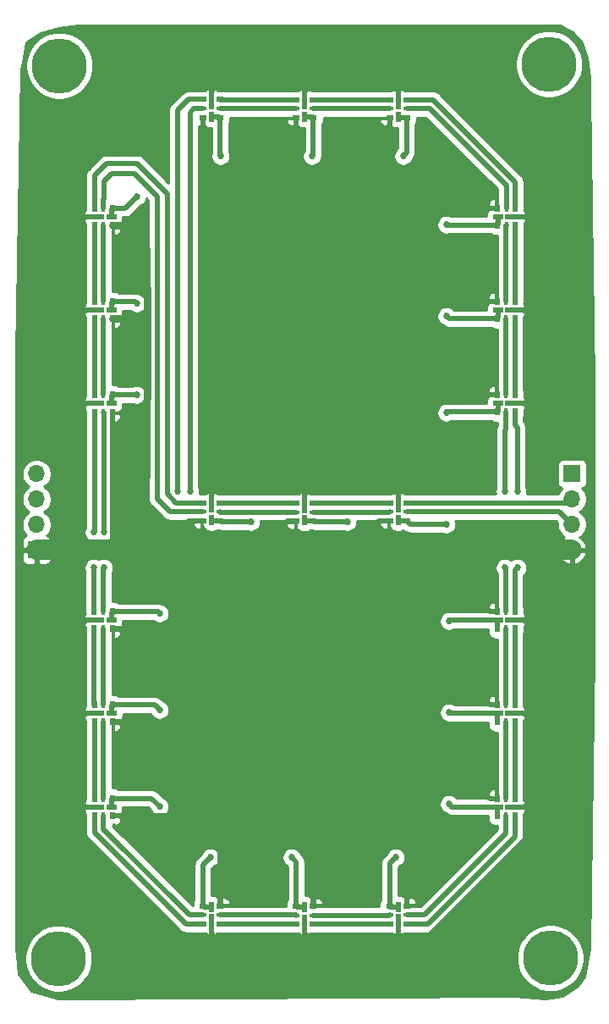
<source format=gtl>
G04 #@! TF.GenerationSoftware,KiCad,Pcbnew,5.1.5-1.fc31*
G04 #@! TF.CreationDate,2020-04-30T18:23:35-07:00*
G04 #@! TF.ProjectId,apa102_7seg_digit,61706131-3032-45f3-9773-65675f646967,rev?*
G04 #@! TF.SameCoordinates,Original*
G04 #@! TF.FileFunction,Copper,L1,Top*
G04 #@! TF.FilePolarity,Positive*
%FSLAX46Y46*%
G04 Gerber Fmt 4.6, Leading zero omitted, Abs format (unit mm)*
G04 Created by KiCad (PCBNEW 5.1.5-1.fc31) date 2020-04-30 18:23:35*
%MOMM*%
%LPD*%
G04 APERTURE LIST*
%ADD10C,5.500000*%
%ADD11R,1.480000X0.500000*%
%ADD12R,1.000000X0.500000*%
%ADD13R,0.500000X0.800000*%
%ADD14R,0.300000X0.800000*%
%ADD15R,0.800000X0.500000*%
%ADD16R,0.800000X0.300000*%
%ADD17R,0.500000X1.000000*%
%ADD18R,0.500000X1.480000*%
%ADD19O,1.700000X1.700000*%
%ADD20R,1.700000X1.700000*%
%ADD21C,2.500000*%
%ADD22C,0.685800*%
%ADD23C,2.000000*%
%ADD24C,0.500000*%
%ADD25C,0.750000*%
%ADD26C,1.000000*%
%ADD27C,0.254000*%
G04 APERTURE END LIST*
D10*
X169908037Y-141127852D03*
X120699951Y-141182669D03*
X120759647Y-51930503D03*
X169780779Y-51791620D03*
D11*
X166078649Y-76371005D03*
D12*
X164658649Y-76371005D03*
D13*
X164588649Y-75521005D03*
X166388649Y-75521005D03*
D14*
X165488649Y-75521005D03*
D13*
X166388649Y-77221005D03*
D14*
X165488649Y-77221005D03*
D13*
X164588649Y-77221005D03*
D11*
X124584751Y-67040545D03*
D12*
X126004751Y-67040545D03*
D13*
X126074751Y-67890545D03*
X124274751Y-67890545D03*
D14*
X125174751Y-67890545D03*
D13*
X124274751Y-66190545D03*
D14*
X125174751Y-66190545D03*
D13*
X126074751Y-66190545D03*
X126070776Y-75516255D03*
D14*
X125170776Y-75516255D03*
D13*
X124270776Y-75516255D03*
D14*
X125170776Y-77216255D03*
D13*
X124270776Y-77216255D03*
X126070776Y-77216255D03*
D12*
X126000776Y-76366255D03*
D11*
X124580776Y-76366255D03*
X124584075Y-85705620D03*
D12*
X126004075Y-85705620D03*
D13*
X126074075Y-86555620D03*
X124274075Y-86555620D03*
D14*
X125174075Y-86555620D03*
D13*
X124274075Y-84855620D03*
D14*
X125174075Y-84855620D03*
D13*
X126074075Y-84855620D03*
X126066613Y-106514227D03*
D14*
X125166613Y-106514227D03*
D13*
X124266613Y-106514227D03*
D14*
X125166613Y-108214227D03*
D13*
X124266613Y-108214227D03*
X126066613Y-108214227D03*
D12*
X125996613Y-107364227D03*
D11*
X124576613Y-107364227D03*
X124590089Y-116685579D03*
D12*
X126010089Y-116685579D03*
D13*
X126080089Y-117535579D03*
X124280089Y-117535579D03*
D14*
X125180089Y-117535579D03*
D13*
X124280089Y-115835579D03*
D14*
X125180089Y-115835579D03*
D13*
X126080089Y-115835579D03*
X126070344Y-125171020D03*
D14*
X125170344Y-125171020D03*
D13*
X124270344Y-125171020D03*
D14*
X125170344Y-126871020D03*
D13*
X124270344Y-126871020D03*
X126070344Y-126871020D03*
D12*
X126000344Y-126021020D03*
D11*
X124580344Y-126021020D03*
D15*
X136853941Y-57096988D03*
D16*
X136853941Y-56196988D03*
D15*
X136853941Y-55296988D03*
D16*
X135153941Y-56196988D03*
D15*
X135153941Y-55296988D03*
X135153941Y-57096988D03*
D17*
X136003941Y-57026988D03*
D18*
X136003941Y-55606988D03*
X135990683Y-95939327D03*
D17*
X135990683Y-97359327D03*
D15*
X135140683Y-97429327D03*
X135140683Y-95629327D03*
D16*
X135140683Y-96529327D03*
D15*
X136840683Y-95629327D03*
D16*
X136840683Y-96529327D03*
D15*
X136840683Y-97429327D03*
D18*
X135992115Y-137436518D03*
D17*
X135992115Y-136016518D03*
D15*
X136842115Y-135946518D03*
X136842115Y-137746518D03*
D16*
X136842115Y-136846518D03*
D15*
X135142115Y-137746518D03*
D16*
X135142115Y-136846518D03*
D15*
X135142115Y-135946518D03*
X146188118Y-57121980D03*
D16*
X146188118Y-56221980D03*
D15*
X146188118Y-55321980D03*
D16*
X144488118Y-56221980D03*
D15*
X144488118Y-55321980D03*
X144488118Y-57121980D03*
D17*
X145338118Y-57051980D03*
D18*
X145338118Y-55631980D03*
D15*
X146172448Y-97446117D03*
D16*
X146172448Y-96546117D03*
D15*
X146172448Y-95646117D03*
D16*
X144472448Y-96546117D03*
D15*
X144472448Y-95646117D03*
X144472448Y-97446117D03*
D17*
X145322448Y-97376117D03*
D18*
X145322448Y-95956117D03*
D15*
X144475557Y-135953695D03*
D16*
X144475557Y-136853695D03*
D15*
X144475557Y-137753695D03*
D16*
X146175557Y-136853695D03*
D15*
X146175557Y-137753695D03*
X146175557Y-135953695D03*
D17*
X145325557Y-136023695D03*
D18*
X145325557Y-137443695D03*
X154671419Y-55632017D03*
D17*
X154671419Y-57052017D03*
D15*
X153821419Y-57122017D03*
X153821419Y-55322017D03*
D16*
X153821419Y-56222017D03*
D15*
X155521419Y-55322017D03*
D16*
X155521419Y-56222017D03*
D15*
X155521419Y-57122017D03*
D18*
X154671419Y-95939327D03*
D17*
X154671419Y-97359327D03*
D15*
X153821419Y-97429327D03*
X153821419Y-95629327D03*
D16*
X153821419Y-96529327D03*
D15*
X155521419Y-95629327D03*
D16*
X155521419Y-96529327D03*
D15*
X155521419Y-97429327D03*
D18*
X154665992Y-137430966D03*
D17*
X154665992Y-136010966D03*
D15*
X155515992Y-135940966D03*
X155515992Y-137740966D03*
D16*
X155515992Y-136840966D03*
D15*
X153815992Y-137740966D03*
D16*
X153815992Y-136840966D03*
D15*
X153815992Y-135940966D03*
D13*
X164600907Y-67875247D03*
D14*
X165500907Y-67875247D03*
D13*
X166400907Y-67875247D03*
D14*
X165500907Y-66175247D03*
D13*
X166400907Y-66175247D03*
X164600907Y-66175247D03*
D12*
X164670907Y-67025247D03*
D11*
X166090907Y-67025247D03*
D13*
X164590097Y-86553959D03*
D14*
X165490097Y-86553959D03*
D13*
X166390097Y-86553959D03*
D14*
X165490097Y-84853959D03*
D13*
X166390097Y-84853959D03*
X164590097Y-84853959D03*
D12*
X164660097Y-85703959D03*
D11*
X166080097Y-85703959D03*
D13*
X164591758Y-108212779D03*
D14*
X165491758Y-108212779D03*
D13*
X166391758Y-108212779D03*
D14*
X165491758Y-106512779D03*
D13*
X166391758Y-106512779D03*
X164591758Y-106512779D03*
D12*
X164661758Y-107362779D03*
D11*
X166081758Y-107362779D03*
X166075744Y-116679565D03*
D12*
X164655744Y-116679565D03*
D13*
X164585744Y-115829565D03*
X166385744Y-115829565D03*
D14*
X165485744Y-115829565D03*
D13*
X166385744Y-117529565D03*
D14*
X165485744Y-117529565D03*
D13*
X164585744Y-117529565D03*
X164588659Y-126875423D03*
D14*
X165488659Y-126875423D03*
D13*
X166388659Y-126875423D03*
D14*
X165488659Y-125175423D03*
D13*
X166388659Y-125175423D03*
X164588659Y-125175423D03*
D12*
X164658659Y-126025423D03*
D11*
X166078659Y-126025423D03*
D19*
X118482760Y-92731490D03*
X118482760Y-95271490D03*
X118482760Y-97811490D03*
D20*
X118482760Y-100351490D03*
X172092220Y-92708431D03*
D19*
X172092220Y-95248431D03*
X172092220Y-97788431D03*
X172092220Y-100328431D03*
D21*
X168656000Y-89662000D03*
D22*
X135128000Y-58928000D03*
X144272000Y-58928000D03*
X153416000Y-58928000D03*
X162306000Y-65532000D03*
X162306000Y-75184000D03*
X162306000Y-84582000D03*
D21*
X163322000Y-89662000D03*
D22*
X139954000Y-97536000D03*
X149606000Y-97536000D03*
X159512000Y-97790000D03*
X130810000Y-106680000D03*
X130810000Y-116332000D03*
X130810000Y-125984000D03*
X135890000Y-131064000D03*
X144018000Y-131064000D03*
X154432000Y-131064000D03*
X159766000Y-125730000D03*
X159766000Y-116586000D03*
X159766000Y-107442000D03*
X159512000Y-86614000D03*
X159512000Y-76962000D03*
X159512000Y-67818000D03*
X155194000Y-60960000D03*
X146050000Y-60960000D03*
X136906000Y-60960000D03*
X128524000Y-84836000D03*
X128524000Y-75692000D03*
X128524000Y-65024000D03*
X124206000Y-98552000D03*
X124206000Y-102108000D03*
X125222000Y-102108000D03*
X125222000Y-98552000D03*
X133858000Y-94488000D03*
X132588000Y-94488000D03*
X165354000Y-102108000D03*
X165354000Y-94488000D03*
X166624000Y-102108000D03*
X166624000Y-94488000D03*
D23*
X172069161Y-100351490D02*
X172092220Y-100328431D01*
D24*
X135140683Y-97429327D02*
X133710673Y-97429327D01*
X133710673Y-97429327D02*
X133350000Y-97790000D01*
X133350000Y-97790000D02*
X133350000Y-100330000D01*
X143572448Y-97446117D02*
X142240000Y-98778565D01*
X142240000Y-98778565D02*
X142240000Y-100330000D01*
X144472448Y-97446117D02*
X143572448Y-97446117D01*
X153821419Y-97429327D02*
X152760673Y-97429327D01*
X152400000Y-97790000D02*
X152400000Y-100330000D01*
X152760673Y-97429327D02*
X152400000Y-97790000D01*
D23*
X142240000Y-100330000D02*
X152400000Y-100330000D01*
D24*
X126074075Y-100239925D02*
X125984000Y-100330000D01*
D23*
X121678335Y-100342335D02*
X125984000Y-100330000D01*
X118482760Y-100351490D02*
X121678335Y-100342335D01*
X168656000Y-100330000D02*
X172069161Y-100351490D01*
X157480000Y-140208000D02*
X168656000Y-129032000D01*
X121678335Y-128536335D02*
X133350000Y-140208000D01*
D24*
X166080097Y-85703959D02*
X167320097Y-85703959D01*
D23*
X158242000Y-52578000D02*
X169164000Y-63500000D01*
X129819683Y-53846987D02*
X129819683Y-53822317D01*
X129819683Y-53822317D02*
X131064000Y-52578000D01*
D24*
X167426056Y-85598000D02*
X169164000Y-85598000D01*
X167320097Y-85703959D02*
X167426056Y-85598000D01*
D23*
X121678335Y-61988335D02*
X129819683Y-53846987D01*
D24*
X167489654Y-76200000D02*
X169164000Y-76200000D01*
X167318649Y-76371005D02*
X167489654Y-76200000D01*
X166078649Y-76371005D02*
X167318649Y-76371005D01*
D23*
X169164000Y-76200000D02*
X169164000Y-85598000D01*
D24*
X169133247Y-67025247D02*
X169164000Y-67056000D01*
X166090907Y-67025247D02*
X169133247Y-67025247D01*
D23*
X169164000Y-63500000D02*
X169164000Y-67056000D01*
X169164000Y-67056000D02*
X169164000Y-76200000D01*
D24*
X154432000Y-54152598D02*
X154432000Y-52578000D01*
X154671419Y-54392017D02*
X154432000Y-54152598D01*
X154671419Y-55632017D02*
X154671419Y-54392017D01*
D23*
X154432000Y-52578000D02*
X158242000Y-52578000D01*
D24*
X145034000Y-54087862D02*
X145034000Y-52578000D01*
X145338118Y-54391980D02*
X145034000Y-54087862D01*
X145338118Y-55631980D02*
X145338118Y-54391980D01*
D23*
X145034000Y-52578000D02*
X154432000Y-52578000D01*
D24*
X135890000Y-54253047D02*
X135890000Y-52578000D01*
X136003941Y-54366988D02*
X135890000Y-54253047D01*
D23*
X131064000Y-52578000D02*
X135890000Y-52578000D01*
D24*
X136003941Y-55606988D02*
X136003941Y-54366988D01*
D23*
X135890000Y-52578000D02*
X145034000Y-52578000D01*
D24*
X123329296Y-67056000D02*
X121666000Y-67056000D01*
X123344751Y-67040545D02*
X123329296Y-67056000D01*
X124584751Y-67040545D02*
X123344751Y-67040545D01*
D23*
X121666000Y-67056000D02*
X121678335Y-61988335D01*
D24*
X124580776Y-76366255D02*
X121832255Y-76366255D01*
X121832255Y-76366255D02*
X121666000Y-76200000D01*
D23*
X121666000Y-76200000D02*
X121666000Y-67056000D01*
D24*
X121812380Y-85705620D02*
X121666000Y-85852000D01*
X124584075Y-85705620D02*
X121812380Y-85705620D01*
D23*
X121678335Y-100342335D02*
X121666000Y-85852000D01*
X121666000Y-85852000D02*
X121666000Y-76200000D01*
D24*
X121842227Y-107364227D02*
X121666000Y-107188000D01*
X124576613Y-107364227D02*
X121842227Y-107364227D01*
D23*
X121678335Y-100342335D02*
X121666000Y-107188000D01*
D24*
X124590089Y-116685579D02*
X122019579Y-116685579D01*
D23*
X121666000Y-107188000D02*
X121666000Y-116332000D01*
D24*
X122019579Y-116685579D02*
X121666000Y-116332000D01*
D23*
X121666000Y-116332000D02*
X121666000Y-125984000D01*
D24*
X121703020Y-126021020D02*
X121666000Y-125984000D01*
X124580344Y-126021020D02*
X121703020Y-126021020D01*
D23*
X121666000Y-125984000D02*
X121678335Y-128536335D01*
D24*
X136144000Y-138828403D02*
X136144000Y-140208000D01*
X135992115Y-138676518D02*
X136144000Y-138828403D01*
X135992115Y-137436518D02*
X135992115Y-138676518D01*
D23*
X133350000Y-140208000D02*
X136144000Y-140208000D01*
D24*
X145542000Y-138900138D02*
X145542000Y-140208000D01*
X145325557Y-138683695D02*
X145542000Y-138900138D01*
X145325557Y-137443695D02*
X145325557Y-138683695D01*
D23*
X136144000Y-140208000D02*
X145542000Y-140208000D01*
D24*
X154686000Y-138690974D02*
X154686000Y-140208000D01*
X154665992Y-138670966D02*
X154686000Y-138690974D01*
D23*
X145542000Y-140208000D02*
X154686000Y-140208000D01*
D24*
X154665992Y-137430966D02*
X154665992Y-138670966D01*
D23*
X154686000Y-140208000D02*
X157480000Y-140208000D01*
D24*
X166078659Y-126025423D02*
X167318659Y-126025423D01*
D23*
X168656000Y-129032000D02*
X168656000Y-125984000D01*
D24*
X167360082Y-125984000D02*
X168656000Y-125984000D01*
X167318659Y-126025423D02*
X167360082Y-125984000D01*
X167476179Y-116840000D02*
X168656000Y-116840000D01*
X167315744Y-116679565D02*
X167476179Y-116840000D01*
X166075744Y-116679565D02*
X167315744Y-116679565D01*
D23*
X168656000Y-125984000D02*
X168656000Y-116840000D01*
D24*
X168322779Y-107362779D02*
X168656000Y-107696000D01*
D23*
X168656000Y-116840000D02*
X168656000Y-107696000D01*
D24*
X166081758Y-107362779D02*
X168322779Y-107362779D01*
D23*
X168656000Y-107696000D02*
X168656000Y-100330000D01*
D24*
X126074075Y-86555620D02*
X126074075Y-100239925D01*
D23*
X128778000Y-100330000D02*
X133350000Y-100330000D01*
X125984000Y-100330000D02*
X128778000Y-100330000D01*
D25*
X127074751Y-67890545D02*
X126074751Y-67890545D01*
X129441901Y-70257695D02*
X127074751Y-67890545D01*
X128778000Y-93726000D02*
X129441901Y-93062099D01*
X128778000Y-100330000D02*
X128778000Y-93726000D01*
X127070776Y-77216255D02*
X127578521Y-77724000D01*
X127578521Y-77724000D02*
X129540000Y-77724000D01*
X126070776Y-77216255D02*
X127070776Y-77216255D01*
X129441901Y-93062099D02*
X129540000Y-77724000D01*
X129540000Y-77724000D02*
X129441901Y-70257695D01*
D23*
X169164000Y-85598000D02*
X169164000Y-89154000D01*
X169164000Y-89154000D02*
X168656000Y-89662000D01*
D24*
X135153941Y-57096988D02*
X135153941Y-58902059D01*
X135153941Y-58902059D02*
X135128000Y-58928000D01*
X144488118Y-58711882D02*
X144272000Y-58928000D01*
X144488118Y-57121980D02*
X144488118Y-58711882D01*
X153821419Y-58522581D02*
X153416000Y-58928000D01*
X153821419Y-57122017D02*
X153821419Y-58522581D01*
X162949247Y-66175247D02*
X162306000Y-65532000D01*
X164600907Y-66175247D02*
X162949247Y-66175247D01*
X162643005Y-75521005D02*
X162306000Y-75184000D01*
X164588649Y-75521005D02*
X162643005Y-75521005D01*
X162577959Y-84853959D02*
X162306000Y-84582000D01*
X164590097Y-84853959D02*
X162577959Y-84853959D01*
X135990683Y-94699327D02*
X136144000Y-94546010D01*
X135990683Y-95939327D02*
X135990683Y-94699327D01*
X136144000Y-94546010D02*
X136144000Y-93218000D01*
D26*
X159766000Y-93218000D02*
X163322000Y-89662000D01*
D24*
X145322448Y-95956117D02*
X145322448Y-93252448D01*
D26*
X136144000Y-93218000D02*
X145288000Y-93218000D01*
D24*
X145322448Y-93252448D02*
X145288000Y-93218000D01*
X154671419Y-93232581D02*
X154686000Y-93218000D01*
D26*
X145288000Y-93218000D02*
X154686000Y-93218000D01*
D24*
X154671419Y-95939327D02*
X154671419Y-93232581D01*
D26*
X154686000Y-93218000D02*
X159766000Y-93218000D01*
D23*
X134366000Y-100330000D02*
X142240000Y-100330000D01*
X133350000Y-100330000D02*
X134366000Y-100330000D01*
X134366000Y-123444000D02*
X137922000Y-127000000D01*
X153670000Y-127000000D02*
X156210000Y-124460000D01*
X152400000Y-100330000D02*
X156210000Y-100330000D01*
X156210000Y-100330000D02*
X168656000Y-100330000D01*
D24*
X134101773Y-108214227D02*
X134366000Y-107950000D01*
X126066613Y-108214227D02*
X134101773Y-108214227D01*
D23*
X134366000Y-100330000D02*
X134366000Y-107950000D01*
D24*
X126080089Y-117535579D02*
X134178421Y-117535579D01*
D23*
X134366000Y-107950000D02*
X134366000Y-117348000D01*
D24*
X134178421Y-117535579D02*
X134366000Y-117348000D01*
D23*
X134366000Y-117348000D02*
X134366000Y-123444000D01*
D24*
X137793020Y-126871020D02*
X137922000Y-127000000D01*
X126070344Y-126871020D02*
X137793020Y-126871020D01*
X136842115Y-128079885D02*
X137922000Y-127000000D01*
X136842115Y-135946518D02*
X136842115Y-128079885D01*
X146175557Y-127128443D02*
X146304000Y-127000000D01*
X146175557Y-135953695D02*
X146175557Y-127128443D01*
D23*
X137922000Y-127000000D02*
X146304000Y-127000000D01*
X146304000Y-127000000D02*
X153670000Y-127000000D01*
D24*
X155515992Y-128845992D02*
X153670000Y-127000000D01*
X155515992Y-135940966D02*
X155515992Y-128845992D01*
X164588659Y-125175423D02*
X163838659Y-125175423D01*
X162615236Y-123952000D02*
X156210000Y-123952000D01*
X163838659Y-125175423D02*
X162615236Y-123952000D01*
D23*
X156210000Y-124460000D02*
X156210000Y-123952000D01*
D24*
X162814179Y-114808000D02*
X156210000Y-114808000D01*
X163835744Y-115829565D02*
X162814179Y-114808000D01*
X164585744Y-115829565D02*
X163835744Y-115829565D01*
D23*
X156210000Y-123952000D02*
X156210000Y-114808000D01*
D24*
X162230979Y-104902000D02*
X156210000Y-104902000D01*
X164591758Y-106512779D02*
X163841758Y-106512779D01*
D23*
X156210000Y-114808000D02*
X156210000Y-104902000D01*
D24*
X163841758Y-106512779D02*
X162230979Y-104902000D01*
D23*
X156210000Y-104902000D02*
X156210000Y-100330000D01*
D24*
X136947356Y-97536000D02*
X136840683Y-97429327D01*
X139954000Y-97536000D02*
X136947356Y-97536000D01*
X136060683Y-97429327D02*
X135990683Y-97359327D01*
X136840683Y-97429327D02*
X136060683Y-97429327D01*
X146262331Y-97536000D02*
X146172448Y-97446117D01*
X149606000Y-97536000D02*
X146262331Y-97536000D01*
X145392448Y-97446117D02*
X145322448Y-97376117D01*
X146172448Y-97446117D02*
X145392448Y-97446117D01*
X155882092Y-97790000D02*
X155521419Y-97429327D01*
X159512000Y-97790000D02*
X155882092Y-97790000D01*
X154741419Y-97429327D02*
X154671419Y-97359327D01*
X155521419Y-97429327D02*
X154741419Y-97429327D01*
X125996613Y-106584227D02*
X126066613Y-106514227D01*
X125996613Y-107364227D02*
X125996613Y-106584227D01*
X126066613Y-106514227D02*
X130644227Y-106514227D01*
X130644227Y-106514227D02*
X130810000Y-106680000D01*
X126010089Y-115905579D02*
X126080089Y-115835579D01*
X126010089Y-116685579D02*
X126010089Y-115905579D01*
X130313579Y-115835579D02*
X130810000Y-116332000D01*
X126080089Y-115835579D02*
X130313579Y-115835579D01*
X126000344Y-125241020D02*
X126070344Y-125171020D01*
X126000344Y-126021020D02*
X126000344Y-125241020D01*
X126070344Y-125171020D02*
X129997020Y-125171020D01*
X129997020Y-125171020D02*
X130810000Y-125984000D01*
X135212115Y-136016518D02*
X135142115Y-135946518D01*
X135992115Y-136016518D02*
X135212115Y-136016518D01*
X135142115Y-135946518D02*
X135142115Y-131811885D01*
X135142115Y-131811885D02*
X135890000Y-131064000D01*
X144545557Y-136023695D02*
X144475557Y-135953695D01*
X145325557Y-136023695D02*
X144545557Y-136023695D01*
X144475557Y-131521557D02*
X144018000Y-131064000D01*
X144475557Y-135953695D02*
X144475557Y-131521557D01*
X153885992Y-136010966D02*
X153815992Y-135940966D01*
X154665992Y-136010966D02*
X153885992Y-136010966D01*
X153815992Y-135940966D02*
X153815992Y-131680008D01*
X153815992Y-131680008D02*
X154432000Y-131064000D01*
X164588659Y-126095423D02*
X164658659Y-126025423D01*
X164588659Y-126875423D02*
X164588659Y-126095423D01*
X164658659Y-126025423D02*
X160061423Y-126025423D01*
X160061423Y-126025423D02*
X159766000Y-125730000D01*
X164585744Y-116749565D02*
X164655744Y-116679565D01*
X164585744Y-117529565D02*
X164585744Y-116749565D01*
X159859565Y-116679565D02*
X159766000Y-116586000D01*
X164655744Y-116679565D02*
X159859565Y-116679565D01*
X164591758Y-107432779D02*
X164661758Y-107362779D01*
X164591758Y-108212779D02*
X164591758Y-107432779D01*
X159845221Y-107362779D02*
X159766000Y-107442000D01*
X164661758Y-107362779D02*
X159845221Y-107362779D01*
X164660097Y-86483959D02*
X164590097Y-86553959D01*
X164660097Y-85703959D02*
X164660097Y-86483959D01*
X159572041Y-86553959D02*
X159512000Y-86614000D01*
X164590097Y-86553959D02*
X159572041Y-86553959D01*
X164658649Y-77151005D02*
X164588649Y-77221005D01*
X164658649Y-76371005D02*
X164658649Y-77151005D01*
X159771005Y-77221005D02*
X159512000Y-76962000D01*
X164588649Y-77221005D02*
X159771005Y-77221005D01*
X164670907Y-67805247D02*
X164600907Y-67875247D01*
X164670907Y-67025247D02*
X164670907Y-67805247D01*
X164600907Y-67875247D02*
X159569247Y-67875247D01*
X159569247Y-67875247D02*
X159512000Y-67818000D01*
X154741419Y-57122017D02*
X154671419Y-57052017D01*
X155521419Y-57122017D02*
X154741419Y-57122017D01*
X155521419Y-57122017D02*
X155521419Y-60632581D01*
X155521419Y-60632581D02*
X155194000Y-60960000D01*
X146118118Y-57051980D02*
X146188118Y-57121980D01*
X145338118Y-57051980D02*
X146118118Y-57051980D01*
X146188118Y-57121980D02*
X146188118Y-60821882D01*
X146188118Y-60821882D02*
X146050000Y-60960000D01*
X136783941Y-57026988D02*
X136853941Y-57096988D01*
X136003941Y-57026988D02*
X136783941Y-57026988D01*
X136853941Y-60907941D02*
X136906000Y-60960000D01*
X136853941Y-57096988D02*
X136853941Y-60907941D01*
X126004075Y-84925620D02*
X126074075Y-84855620D01*
X126004075Y-85705620D02*
X126004075Y-84925620D01*
X128504380Y-84855620D02*
X128524000Y-84836000D01*
X126074075Y-84855620D02*
X128504380Y-84855620D01*
X126000776Y-75586255D02*
X126070776Y-75516255D01*
X126000776Y-76366255D02*
X126000776Y-75586255D01*
X128348255Y-75516255D02*
X128524000Y-75692000D01*
X126070776Y-75516255D02*
X128348255Y-75516255D01*
X126004751Y-66260545D02*
X126074751Y-66190545D01*
X126004751Y-67040545D02*
X126004751Y-66260545D01*
X126074751Y-66190545D02*
X127357455Y-66190545D01*
X127357455Y-66190545D02*
X128524000Y-65024000D01*
X124274751Y-75512280D02*
X124270776Y-75516255D01*
X124274751Y-67890545D02*
X124274751Y-75512280D01*
X125170776Y-67894520D02*
X125174751Y-67890545D01*
X125170776Y-75516255D02*
X125170776Y-67894520D01*
X135140683Y-95629327D02*
X132459327Y-95629327D01*
X132459327Y-95629327D02*
X131572000Y-94742000D01*
X131572000Y-94742000D02*
X131572000Y-64770000D01*
X131572000Y-64770000D02*
X128524000Y-61722000D01*
X128524000Y-61722000D02*
X125476000Y-61722000D01*
X124274751Y-62923249D02*
X124274751Y-66190545D01*
X125476000Y-61722000D02*
X124274751Y-62923249D01*
X125174751Y-65290545D02*
X125222000Y-65243296D01*
X125174751Y-66190545D02*
X125174751Y-65290545D01*
X125222000Y-65243296D02*
X125222000Y-63500000D01*
X125222000Y-63500000D02*
X125984000Y-62738000D01*
X125984000Y-62738000D02*
X128270000Y-62738000D01*
X128270000Y-62738000D02*
X130556000Y-65024000D01*
X130556000Y-65024000D02*
X130556000Y-95250000D01*
X131835327Y-96529327D02*
X135140683Y-96529327D01*
X130556000Y-95250000D02*
X131835327Y-96529327D01*
X125174075Y-77219554D02*
X125170776Y-77216255D01*
X125174075Y-84855620D02*
X125174075Y-77219554D01*
X124270776Y-84852321D02*
X124274075Y-84855620D01*
X124270776Y-77216255D02*
X124270776Y-84852321D01*
X124274075Y-86555620D02*
X124274075Y-98483925D01*
X124274075Y-98483925D02*
X124206000Y-98552000D01*
X124206000Y-106453614D02*
X124266613Y-106514227D01*
X124206000Y-102108000D02*
X124206000Y-106453614D01*
X125166613Y-106514227D02*
X125166613Y-102163387D01*
X125166613Y-102163387D02*
X125222000Y-102108000D01*
X125222000Y-86603545D02*
X125174075Y-86555620D01*
X125222000Y-98552000D02*
X125222000Y-86603545D01*
X125166613Y-115822103D02*
X125180089Y-115835579D01*
X125166613Y-108214227D02*
X125166613Y-115822103D01*
X124266613Y-115822103D02*
X124280089Y-115835579D01*
X124266613Y-108214227D02*
X124266613Y-115822103D01*
X124280089Y-125161275D02*
X124270344Y-125171020D01*
X124280089Y-117535579D02*
X124280089Y-125161275D01*
X125180089Y-125161275D02*
X125170344Y-125171020D01*
X125180089Y-117535579D02*
X125180089Y-125161275D01*
X125170344Y-126871020D02*
X125170344Y-128218344D01*
X133798518Y-136846518D02*
X135142115Y-136846518D01*
X125170344Y-128218344D02*
X133798518Y-136846518D01*
X124270344Y-126871020D02*
X124270344Y-128588344D01*
X133428518Y-137746518D02*
X135142115Y-137746518D01*
X124270344Y-128588344D02*
X133428518Y-137746518D01*
X136878933Y-56221980D02*
X136853941Y-56196988D01*
X144488118Y-56221980D02*
X136878933Y-56221980D01*
X136878933Y-55321980D02*
X136853941Y-55296988D01*
X144488118Y-55321980D02*
X136878933Y-55321980D01*
X134253941Y-56196988D02*
X133858000Y-56592929D01*
X135153941Y-56196988D02*
X134253941Y-56196988D01*
X133858000Y-56592929D02*
X133858000Y-94488000D01*
X132588000Y-94488000D02*
X132588000Y-56388000D01*
X133679012Y-55296988D02*
X135153941Y-55296988D01*
X132588000Y-56388000D02*
X133679012Y-55296988D01*
X136857473Y-95646117D02*
X136840683Y-95629327D01*
X144472448Y-95646117D02*
X136857473Y-95646117D01*
X136857473Y-96546117D02*
X136840683Y-96529327D01*
X144472448Y-96546117D02*
X136857473Y-96546117D01*
X144468380Y-137746518D02*
X144475557Y-137753695D01*
X136842115Y-137746518D02*
X144468380Y-137746518D01*
X144468380Y-136846518D02*
X144475557Y-136853695D01*
X136842115Y-136846518D02*
X144468380Y-136846518D01*
X146188155Y-56222017D02*
X146188118Y-56221980D01*
X153821419Y-56222017D02*
X146188155Y-56222017D01*
X146188155Y-55322017D02*
X146188118Y-55321980D01*
X153821419Y-55322017D02*
X146188155Y-55322017D01*
X153804629Y-96546117D02*
X153821419Y-96529327D01*
X146172448Y-96546117D02*
X153804629Y-96546117D01*
X146189238Y-95629327D02*
X146172448Y-95646117D01*
X153821419Y-95629327D02*
X146189238Y-95629327D01*
X153803263Y-136853695D02*
X153815992Y-136840966D01*
X146175557Y-136853695D02*
X153803263Y-136853695D01*
X153803263Y-137753695D02*
X153815992Y-137740966D01*
X146175557Y-137753695D02*
X153803263Y-137753695D01*
X166400907Y-66175247D02*
X166400907Y-63530907D01*
X158192017Y-55322017D02*
X155521419Y-55322017D01*
X166400907Y-63530907D02*
X158192017Y-55322017D01*
X165500907Y-66175247D02*
X165500907Y-63900907D01*
X157822017Y-56222017D02*
X155521419Y-56222017D01*
X165500907Y-63900907D02*
X157822017Y-56222017D01*
X171711324Y-95629327D02*
X172092220Y-95248431D01*
X155521419Y-95629327D02*
X171711324Y-95629327D01*
X170833116Y-96529327D02*
X172092220Y-97788431D01*
X155521419Y-96529327D02*
X170833116Y-96529327D01*
X155515992Y-137740966D02*
X157661034Y-137740966D01*
X166388659Y-129013341D02*
X166388659Y-126875423D01*
X157661034Y-137740966D02*
X166388659Y-129013341D01*
X165488659Y-126875423D02*
X165488659Y-128643341D01*
X157291034Y-136840966D02*
X155515992Y-136840966D01*
X165488659Y-128643341D02*
X157291034Y-136840966D01*
X165488649Y-67887505D02*
X165500907Y-67875247D01*
X165488649Y-75521005D02*
X165488649Y-67887505D01*
X166400907Y-75508747D02*
X166388649Y-75521005D01*
X166400907Y-67875247D02*
X166400907Y-75508747D01*
X166390097Y-77222453D02*
X166388649Y-77221005D01*
X166390097Y-84853959D02*
X166390097Y-77222453D01*
X165488649Y-84852511D02*
X165490097Y-84853959D01*
X165488649Y-77221005D02*
X165488649Y-84852511D01*
X165491758Y-106512779D02*
X165491758Y-102245758D01*
X165491758Y-102245758D02*
X165354000Y-102108000D01*
X165354000Y-94488000D02*
X165354000Y-88392000D01*
X165490097Y-88255903D02*
X165490097Y-86553959D01*
X165354000Y-88392000D02*
X165490097Y-88255903D01*
X166391758Y-106512779D02*
X166391758Y-102340242D01*
X166391758Y-102340242D02*
X166624000Y-102108000D01*
X166624000Y-94488000D02*
X166624000Y-88138000D01*
X166390097Y-87904097D02*
X166390097Y-86553959D01*
X166624000Y-88138000D02*
X166390097Y-87904097D01*
X165491758Y-115823551D02*
X165485744Y-115829565D01*
X165491758Y-108212779D02*
X165491758Y-115823551D01*
X166391758Y-115823551D02*
X166385744Y-115829565D01*
X166391758Y-108212779D02*
X166391758Y-115823551D01*
X166385744Y-125172508D02*
X166388659Y-125175423D01*
X166385744Y-117529565D02*
X166385744Y-125172508D01*
X165485744Y-125172508D02*
X165488659Y-125175423D01*
X165485744Y-117529565D02*
X165485744Y-125172508D01*
D27*
G36*
X172133252Y-48614857D02*
G01*
X173116998Y-49598604D01*
X173611541Y-51082234D01*
X173863000Y-53093904D01*
X173863000Y-54610000D01*
X173863012Y-54611728D01*
X174257220Y-83585990D01*
X174257219Y-110640677D01*
X173863152Y-140195714D01*
X173362412Y-142949784D01*
X172631452Y-143924397D01*
X171149524Y-144912350D01*
X169414242Y-145160247D01*
X166380547Y-144907439D01*
X166369294Y-144907002D01*
X120666661Y-145160906D01*
X117933053Y-144415376D01*
X116709004Y-142701708D01*
X116523762Y-140849276D01*
X117314951Y-140849276D01*
X117314951Y-141516062D01*
X117445034Y-142170037D01*
X117700203Y-142786068D01*
X118070649Y-143340481D01*
X118542139Y-143811971D01*
X119096552Y-144182417D01*
X119712583Y-144437586D01*
X120366558Y-144567669D01*
X121033344Y-144567669D01*
X121687319Y-144437586D01*
X122303350Y-144182417D01*
X122857763Y-143811971D01*
X123329253Y-143340481D01*
X123699699Y-142786068D01*
X123954868Y-142170037D01*
X124084951Y-141516062D01*
X124084951Y-140849276D01*
X124074048Y-140794459D01*
X166523037Y-140794459D01*
X166523037Y-141461245D01*
X166653120Y-142115220D01*
X166908289Y-142731251D01*
X167278735Y-143285664D01*
X167750225Y-143757154D01*
X168304638Y-144127600D01*
X168920669Y-144382769D01*
X169574644Y-144512852D01*
X170241430Y-144512852D01*
X170895405Y-144382769D01*
X171511436Y-144127600D01*
X172065849Y-143757154D01*
X172537339Y-143285664D01*
X172907785Y-142731251D01*
X173162954Y-142115220D01*
X173293037Y-141461245D01*
X173293037Y-140794459D01*
X173162954Y-140140484D01*
X172907785Y-139524453D01*
X172537339Y-138970040D01*
X172065849Y-138498550D01*
X171511436Y-138128104D01*
X170895405Y-137872935D01*
X170241430Y-137742852D01*
X169574644Y-137742852D01*
X168920669Y-137872935D01*
X168304638Y-138128104D01*
X167750225Y-138498550D01*
X167278735Y-138970040D01*
X166908289Y-139524453D01*
X166653120Y-140140484D01*
X166523037Y-140794459D01*
X124074048Y-140794459D01*
X123954868Y-140195301D01*
X123699699Y-139579270D01*
X123329253Y-139024857D01*
X122857763Y-138553367D01*
X122303350Y-138182921D01*
X121687319Y-137927752D01*
X121033344Y-137797669D01*
X120366558Y-137797669D01*
X119712583Y-137927752D01*
X119096552Y-138182921D01*
X118542139Y-138553367D01*
X118070649Y-139024857D01*
X117700203Y-139579270D01*
X117445034Y-140195301D01*
X117314951Y-140849276D01*
X116523762Y-140849276D01*
X116458958Y-140201239D01*
X116407220Y-132440552D01*
X116407220Y-107082477D01*
X123201613Y-107082477D01*
X123360363Y-107241227D01*
X123471380Y-107241227D01*
X123486076Y-107268721D01*
X123564455Y-107364227D01*
X123486076Y-107459733D01*
X123471380Y-107487227D01*
X123360363Y-107487227D01*
X123201613Y-107645977D01*
X123212740Y-107748088D01*
X123250843Y-107867228D01*
X123311456Y-107976644D01*
X123378541Y-108055930D01*
X123378541Y-108614227D01*
X123381613Y-108645419D01*
X123381614Y-115778624D01*
X123377332Y-115822103D01*
X123392017Y-115971213D01*
X123392017Y-115993876D01*
X123324932Y-116073162D01*
X123264319Y-116182578D01*
X123226216Y-116301718D01*
X123215089Y-116403829D01*
X123373839Y-116562579D01*
X123484856Y-116562579D01*
X123499552Y-116590073D01*
X123577931Y-116685579D01*
X123499552Y-116781085D01*
X123484856Y-116808579D01*
X123373839Y-116808579D01*
X123215089Y-116967329D01*
X123226216Y-117069440D01*
X123264319Y-117188580D01*
X123324932Y-117297996D01*
X123392017Y-117377282D01*
X123392017Y-117935579D01*
X123395089Y-117966771D01*
X123395090Y-124644699D01*
X123394532Y-124646538D01*
X123382272Y-124771020D01*
X123382272Y-125158744D01*
X123381063Y-125171020D01*
X123382272Y-125183296D01*
X123382272Y-125329317D01*
X123315187Y-125408603D01*
X123254574Y-125518019D01*
X123216471Y-125637159D01*
X123205344Y-125739270D01*
X123364094Y-125898020D01*
X123475111Y-125898020D01*
X123489807Y-125925514D01*
X123568186Y-126021020D01*
X123489807Y-126116526D01*
X123475111Y-126144020D01*
X123364094Y-126144020D01*
X123205344Y-126302770D01*
X123216471Y-126404881D01*
X123254574Y-126524021D01*
X123315187Y-126633437D01*
X123382272Y-126712723D01*
X123382272Y-127271020D01*
X123385344Y-127302214D01*
X123385345Y-128544865D01*
X123381063Y-128588344D01*
X123398149Y-128761834D01*
X123448756Y-128928657D01*
X123530934Y-129082403D01*
X123613812Y-129183390D01*
X123613815Y-129183393D01*
X123641528Y-129217161D01*
X123675296Y-129244874D01*
X132771988Y-138341567D01*
X132799701Y-138375335D01*
X132833469Y-138403048D01*
X132833471Y-138403050D01*
X132844160Y-138411822D01*
X132934459Y-138485929D01*
X133088205Y-138568107D01*
X133255028Y-138618713D01*
X133385041Y-138631518D01*
X133385049Y-138631518D01*
X133428518Y-138635799D01*
X133471987Y-138631518D01*
X134710923Y-138631518D01*
X134742115Y-138634590D01*
X135300412Y-138634590D01*
X135379698Y-138701675D01*
X135489114Y-138762288D01*
X135608254Y-138800391D01*
X135710365Y-138811518D01*
X135869115Y-138652768D01*
X135869115Y-138541751D01*
X135896609Y-138527055D01*
X135992115Y-138448676D01*
X136087621Y-138527055D01*
X136115115Y-138541751D01*
X136115115Y-138652768D01*
X136273865Y-138811518D01*
X136375976Y-138800391D01*
X136495116Y-138762288D01*
X136604532Y-138701675D01*
X136683818Y-138634590D01*
X137242115Y-138634590D01*
X137273307Y-138631518D01*
X143971494Y-138631518D01*
X144075557Y-138641767D01*
X144463281Y-138641767D01*
X144475557Y-138642976D01*
X144487833Y-138641767D01*
X144633854Y-138641767D01*
X144713140Y-138708852D01*
X144822556Y-138769465D01*
X144941696Y-138807568D01*
X145043807Y-138818695D01*
X145202557Y-138659945D01*
X145202557Y-138548928D01*
X145230051Y-138534232D01*
X145325557Y-138455853D01*
X145421063Y-138534232D01*
X145448557Y-138548928D01*
X145448557Y-138659945D01*
X145607307Y-138818695D01*
X145709418Y-138807568D01*
X145828558Y-138769465D01*
X145937974Y-138708852D01*
X146017260Y-138641767D01*
X146575557Y-138641767D01*
X146606749Y-138638695D01*
X153759794Y-138638695D01*
X153803263Y-138642976D01*
X153846732Y-138638695D01*
X153846740Y-138638695D01*
X153944790Y-138629038D01*
X153974289Y-138629038D01*
X154053575Y-138696123D01*
X154162991Y-138756736D01*
X154282131Y-138794839D01*
X154384242Y-138805966D01*
X154542992Y-138647216D01*
X154542992Y-138536199D01*
X154570486Y-138521503D01*
X154665992Y-138443124D01*
X154761498Y-138521503D01*
X154788992Y-138536199D01*
X154788992Y-138647216D01*
X154947742Y-138805966D01*
X155049853Y-138794839D01*
X155168993Y-138756736D01*
X155278409Y-138696123D01*
X155357695Y-138629038D01*
X155915992Y-138629038D01*
X155947184Y-138625966D01*
X157617565Y-138625966D01*
X157661034Y-138630247D01*
X157704503Y-138625966D01*
X157704511Y-138625966D01*
X157834524Y-138613161D01*
X158001347Y-138562555D01*
X158155093Y-138480377D01*
X158289851Y-138369783D01*
X158317568Y-138336010D01*
X166983710Y-129669869D01*
X167017476Y-129642158D01*
X167128070Y-129507400D01*
X167143984Y-129477626D01*
X167210248Y-129353655D01*
X167260854Y-129186831D01*
X167265722Y-129137400D01*
X167273659Y-129056818D01*
X167273659Y-129056810D01*
X167277940Y-129013341D01*
X167273659Y-128969872D01*
X167273659Y-127306615D01*
X167276731Y-127275423D01*
X167276731Y-126717126D01*
X167343816Y-126637840D01*
X167404429Y-126528424D01*
X167442532Y-126409284D01*
X167453659Y-126307173D01*
X167294909Y-126148423D01*
X167183892Y-126148423D01*
X167169196Y-126120929D01*
X167090817Y-126025423D01*
X167169196Y-125929917D01*
X167183892Y-125902423D01*
X167294909Y-125902423D01*
X167453659Y-125743673D01*
X167442532Y-125641562D01*
X167404429Y-125522422D01*
X167343816Y-125413006D01*
X167276731Y-125333720D01*
X167276731Y-125187697D01*
X167277940Y-125175422D01*
X167276731Y-125163147D01*
X167276731Y-124775423D01*
X167270744Y-124714634D01*
X167270744Y-117960757D01*
X167273816Y-117929565D01*
X167273816Y-117371268D01*
X167340901Y-117291982D01*
X167401514Y-117182566D01*
X167439617Y-117063426D01*
X167450744Y-116961315D01*
X167291994Y-116802565D01*
X167180977Y-116802565D01*
X167166281Y-116775071D01*
X167087902Y-116679565D01*
X167166281Y-116584059D01*
X167180977Y-116556565D01*
X167291994Y-116556565D01*
X167450744Y-116397815D01*
X167439617Y-116295704D01*
X167401514Y-116176564D01*
X167340901Y-116067148D01*
X167273816Y-115987862D01*
X167273816Y-115896899D01*
X167276758Y-115867028D01*
X167276758Y-115867018D01*
X167281039Y-115823552D01*
X167276758Y-115780085D01*
X167276758Y-108643971D01*
X167279830Y-108612779D01*
X167279830Y-108054482D01*
X167346915Y-107975196D01*
X167407528Y-107865780D01*
X167445631Y-107746640D01*
X167456758Y-107644529D01*
X167298008Y-107485779D01*
X167186991Y-107485779D01*
X167172295Y-107458285D01*
X167093916Y-107362779D01*
X167172295Y-107267273D01*
X167186991Y-107239779D01*
X167298008Y-107239779D01*
X167456758Y-107081029D01*
X167445631Y-106978918D01*
X167407528Y-106859778D01*
X167346915Y-106750362D01*
X167279830Y-106671076D01*
X167279830Y-106112779D01*
X167276758Y-106081587D01*
X167276758Y-102838202D01*
X167383585Y-102731375D01*
X167490604Y-102571210D01*
X167564320Y-102393243D01*
X167601900Y-102204315D01*
X167601900Y-102011685D01*
X167564320Y-101822757D01*
X167490604Y-101644790D01*
X167383585Y-101484625D01*
X167247375Y-101348415D01*
X167087210Y-101241396D01*
X166909243Y-101167680D01*
X166720315Y-101130100D01*
X166527685Y-101130100D01*
X166338757Y-101167680D01*
X166160790Y-101241396D01*
X166000625Y-101348415D01*
X165989000Y-101360040D01*
X165977375Y-101348415D01*
X165817210Y-101241396D01*
X165639243Y-101167680D01*
X165450315Y-101130100D01*
X165257685Y-101130100D01*
X165068757Y-101167680D01*
X164890790Y-101241396D01*
X164730625Y-101348415D01*
X164594415Y-101484625D01*
X164487396Y-101644790D01*
X164413680Y-101822757D01*
X164376100Y-102011685D01*
X164376100Y-102204315D01*
X164413680Y-102393243D01*
X164487396Y-102571210D01*
X164594415Y-102731375D01*
X164606759Y-102743719D01*
X164606758Y-106474707D01*
X164444758Y-106474707D01*
X164444758Y-106385779D01*
X164468758Y-106385779D01*
X164468758Y-105636529D01*
X164310008Y-105477779D01*
X164203464Y-105489874D01*
X164084598Y-105528823D01*
X163975615Y-105590213D01*
X163880703Y-105671685D01*
X163803509Y-105770107D01*
X163746999Y-105881699D01*
X163713346Y-106002171D01*
X163703842Y-106126893D01*
X163706758Y-106227029D01*
X163865506Y-106385777D01*
X163706758Y-106385777D01*
X163706758Y-106477779D01*
X159931084Y-106477779D01*
X159862315Y-106464100D01*
X159669685Y-106464100D01*
X159480757Y-106501680D01*
X159302790Y-106575396D01*
X159142625Y-106682415D01*
X159006415Y-106818625D01*
X158899396Y-106978790D01*
X158825680Y-107156757D01*
X158788100Y-107345685D01*
X158788100Y-107538315D01*
X158825680Y-107727243D01*
X158899396Y-107905210D01*
X159006415Y-108065375D01*
X159142625Y-108201585D01*
X159302790Y-108308604D01*
X159480757Y-108382320D01*
X159669685Y-108419900D01*
X159862315Y-108419900D01*
X160051243Y-108382320D01*
X160229210Y-108308604D01*
X160320241Y-108247779D01*
X163703686Y-108247779D01*
X163703686Y-108612779D01*
X163715946Y-108737261D01*
X163752256Y-108856959D01*
X163811221Y-108967273D01*
X163890573Y-109063964D01*
X163987264Y-109143316D01*
X164097578Y-109202281D01*
X164217276Y-109238591D01*
X164341758Y-109250851D01*
X164606758Y-109250851D01*
X164606759Y-115725020D01*
X164600212Y-115791493D01*
X164438744Y-115791493D01*
X164438744Y-115702565D01*
X164462744Y-115702565D01*
X164462744Y-114953315D01*
X164303994Y-114794565D01*
X164197450Y-114806660D01*
X164078584Y-114845609D01*
X163969601Y-114906999D01*
X163874689Y-114988471D01*
X163797495Y-115086893D01*
X163740985Y-115198485D01*
X163707332Y-115318957D01*
X163697828Y-115443679D01*
X163700744Y-115543815D01*
X163859492Y-115702563D01*
X163700744Y-115702563D01*
X163700744Y-115794565D01*
X160341708Y-115794565D01*
X160229210Y-115719396D01*
X160051243Y-115645680D01*
X159862315Y-115608100D01*
X159669685Y-115608100D01*
X159480757Y-115645680D01*
X159302790Y-115719396D01*
X159142625Y-115826415D01*
X159006415Y-115962625D01*
X158899396Y-116122790D01*
X158825680Y-116300757D01*
X158788100Y-116489685D01*
X158788100Y-116682315D01*
X158825680Y-116871243D01*
X158899396Y-117049210D01*
X159006415Y-117209375D01*
X159142625Y-117345585D01*
X159302790Y-117452604D01*
X159480757Y-117526320D01*
X159669685Y-117563900D01*
X159809336Y-117563900D01*
X159816088Y-117564565D01*
X159816096Y-117564565D01*
X159859565Y-117568846D01*
X159903034Y-117564565D01*
X163697672Y-117564565D01*
X163697672Y-117929565D01*
X163709932Y-118054047D01*
X163746242Y-118173745D01*
X163805207Y-118284059D01*
X163884559Y-118380750D01*
X163981250Y-118460102D01*
X164091564Y-118519067D01*
X164211262Y-118555377D01*
X164335744Y-118567637D01*
X164600744Y-118567637D01*
X164600745Y-125129029D01*
X164599925Y-125137351D01*
X164441659Y-125137351D01*
X164441659Y-125048423D01*
X164465659Y-125048423D01*
X164465659Y-124299173D01*
X164306909Y-124140423D01*
X164200365Y-124152518D01*
X164081499Y-124191467D01*
X163972516Y-124252857D01*
X163877604Y-124334329D01*
X163800410Y-124432751D01*
X163743900Y-124544343D01*
X163710247Y-124664815D01*
X163700743Y-124789537D01*
X163703659Y-124889673D01*
X163862407Y-125048421D01*
X163703659Y-125048421D01*
X163703659Y-125140423D01*
X160548168Y-125140423D01*
X160525585Y-125106625D01*
X160389375Y-124970415D01*
X160229210Y-124863396D01*
X160051243Y-124789680D01*
X159862315Y-124752100D01*
X159669685Y-124752100D01*
X159480757Y-124789680D01*
X159302790Y-124863396D01*
X159142625Y-124970415D01*
X159006415Y-125106625D01*
X158899396Y-125266790D01*
X158825680Y-125444757D01*
X158788100Y-125633685D01*
X158788100Y-125826315D01*
X158825680Y-126015243D01*
X158899396Y-126193210D01*
X159006415Y-126353375D01*
X159142625Y-126489585D01*
X159302790Y-126596604D01*
X159427801Y-126648385D01*
X159432606Y-126654240D01*
X159567364Y-126764834D01*
X159721110Y-126847012D01*
X159887933Y-126897618D01*
X160017946Y-126910423D01*
X160017956Y-126910423D01*
X160061422Y-126914704D01*
X160104888Y-126910423D01*
X163700587Y-126910423D01*
X163700587Y-127275423D01*
X163712847Y-127399905D01*
X163749157Y-127519603D01*
X163808122Y-127629917D01*
X163887474Y-127726608D01*
X163984165Y-127805960D01*
X164094479Y-127864925D01*
X164214177Y-127901235D01*
X164338659Y-127913495D01*
X164603660Y-127913495D01*
X164603660Y-128276761D01*
X156924456Y-135955966D01*
X155554064Y-135955966D01*
X155554064Y-135510966D01*
X155541804Y-135386484D01*
X155505494Y-135266786D01*
X155477662Y-135214716D01*
X155642992Y-135214716D01*
X155642992Y-135817966D01*
X156392242Y-135817966D01*
X156550992Y-135659216D01*
X156538897Y-135552672D01*
X156499948Y-135433806D01*
X156438558Y-135324823D01*
X156357086Y-135229911D01*
X156258664Y-135152717D01*
X156147072Y-135096207D01*
X156026600Y-135062554D01*
X155901878Y-135053050D01*
X155801742Y-135055966D01*
X155642992Y-135214716D01*
X155477662Y-135214716D01*
X155446529Y-135156472D01*
X155367177Y-135059781D01*
X155270486Y-134980429D01*
X155160172Y-134921464D01*
X155040474Y-134885154D01*
X154915992Y-134872894D01*
X154700992Y-134872894D01*
X154700992Y-132046586D01*
X154761654Y-131985924D01*
X154895210Y-131930604D01*
X155055375Y-131823585D01*
X155191585Y-131687375D01*
X155298604Y-131527210D01*
X155372320Y-131349243D01*
X155409900Y-131160315D01*
X155409900Y-130967685D01*
X155372320Y-130778757D01*
X155298604Y-130600790D01*
X155191585Y-130440625D01*
X155055375Y-130304415D01*
X154895210Y-130197396D01*
X154717243Y-130123680D01*
X154528315Y-130086100D01*
X154335685Y-130086100D01*
X154146757Y-130123680D01*
X153968790Y-130197396D01*
X153808625Y-130304415D01*
X153672415Y-130440625D01*
X153565396Y-130600790D01*
X153510076Y-130734346D01*
X153220943Y-131023479D01*
X153187176Y-131051191D01*
X153159463Y-131084959D01*
X153159460Y-131084962D01*
X153076582Y-131185949D01*
X152994404Y-131339695D01*
X152943797Y-131506518D01*
X152926711Y-131680008D01*
X152930993Y-131723487D01*
X152930992Y-135280985D01*
X152885455Y-135336472D01*
X152826490Y-135446786D01*
X152790180Y-135566484D01*
X152777920Y-135690966D01*
X152777920Y-135968695D01*
X146213629Y-135968695D01*
X146213629Y-135523695D01*
X146201369Y-135399213D01*
X146165059Y-135279515D01*
X146137227Y-135227445D01*
X146302557Y-135227445D01*
X146302557Y-135830695D01*
X147051807Y-135830695D01*
X147210557Y-135671945D01*
X147198462Y-135565401D01*
X147159513Y-135446535D01*
X147098123Y-135337552D01*
X147016651Y-135242640D01*
X146918229Y-135165446D01*
X146806637Y-135108936D01*
X146686165Y-135075283D01*
X146561443Y-135065779D01*
X146461307Y-135068695D01*
X146302557Y-135227445D01*
X146137227Y-135227445D01*
X146106094Y-135169201D01*
X146026742Y-135072510D01*
X145930051Y-134993158D01*
X145819737Y-134934193D01*
X145700039Y-134897883D01*
X145575557Y-134885623D01*
X145360557Y-134885623D01*
X145360557Y-131565022D01*
X145364838Y-131521556D01*
X145360557Y-131478090D01*
X145360557Y-131478080D01*
X145347752Y-131348067D01*
X145297146Y-131181244D01*
X145214968Y-131027498D01*
X145104374Y-130892740D01*
X145070601Y-130865023D01*
X144939925Y-130734347D01*
X144884604Y-130600790D01*
X144777585Y-130440625D01*
X144641375Y-130304415D01*
X144481210Y-130197396D01*
X144303243Y-130123680D01*
X144114315Y-130086100D01*
X143921685Y-130086100D01*
X143732757Y-130123680D01*
X143554790Y-130197396D01*
X143394625Y-130304415D01*
X143258415Y-130440625D01*
X143151396Y-130600790D01*
X143077680Y-130778757D01*
X143040100Y-130967685D01*
X143040100Y-131160315D01*
X143077680Y-131349243D01*
X143151396Y-131527210D01*
X143258415Y-131687375D01*
X143394625Y-131823585D01*
X143554790Y-131930604D01*
X143590558Y-131945419D01*
X143590557Y-135293714D01*
X143545020Y-135349201D01*
X143486055Y-135459515D01*
X143449745Y-135579213D01*
X143437485Y-135703695D01*
X143437485Y-135961518D01*
X136880187Y-135961518D01*
X136880187Y-135516518D01*
X136867927Y-135392036D01*
X136831617Y-135272338D01*
X136803785Y-135220268D01*
X136969115Y-135220268D01*
X136969115Y-135823518D01*
X137718365Y-135823518D01*
X137877115Y-135664768D01*
X137865020Y-135558224D01*
X137826071Y-135439358D01*
X137764681Y-135330375D01*
X137683209Y-135235463D01*
X137584787Y-135158269D01*
X137473195Y-135101759D01*
X137352723Y-135068106D01*
X137228001Y-135058602D01*
X137127865Y-135061518D01*
X136969115Y-135220268D01*
X136803785Y-135220268D01*
X136772652Y-135162024D01*
X136693300Y-135065333D01*
X136596609Y-134985981D01*
X136486295Y-134927016D01*
X136366597Y-134890706D01*
X136242115Y-134878446D01*
X136027115Y-134878446D01*
X136027115Y-132178463D01*
X136219654Y-131985924D01*
X136353210Y-131930604D01*
X136513375Y-131823585D01*
X136649585Y-131687375D01*
X136756604Y-131527210D01*
X136830320Y-131349243D01*
X136867900Y-131160315D01*
X136867900Y-130967685D01*
X136830320Y-130778757D01*
X136756604Y-130600790D01*
X136649585Y-130440625D01*
X136513375Y-130304415D01*
X136353210Y-130197396D01*
X136175243Y-130123680D01*
X135986315Y-130086100D01*
X135793685Y-130086100D01*
X135604757Y-130123680D01*
X135426790Y-130197396D01*
X135266625Y-130304415D01*
X135130415Y-130440625D01*
X135023396Y-130600790D01*
X134968076Y-130734346D01*
X134547066Y-131155356D01*
X134513299Y-131183068D01*
X134485586Y-131216836D01*
X134485583Y-131216839D01*
X134402705Y-131317826D01*
X134320527Y-131471572D01*
X134269920Y-131638395D01*
X134252834Y-131811885D01*
X134257116Y-131855364D01*
X134257115Y-135286537D01*
X134211578Y-135342024D01*
X134152613Y-135452338D01*
X134116303Y-135572036D01*
X134104043Y-135696518D01*
X134104043Y-135900464D01*
X126109598Y-127906020D01*
X126197346Y-127906020D01*
X126197346Y-127751272D01*
X126352094Y-127906020D01*
X126458638Y-127893925D01*
X126577504Y-127854976D01*
X126686487Y-127793586D01*
X126781399Y-127712114D01*
X126858593Y-127613692D01*
X126915103Y-127502100D01*
X126948756Y-127381628D01*
X126958260Y-127256906D01*
X126955344Y-127156770D01*
X126796594Y-126998020D01*
X126193344Y-126998020D01*
X126193344Y-127018020D01*
X126055344Y-127018020D01*
X126055344Y-126909092D01*
X126500344Y-126909092D01*
X126624826Y-126896832D01*
X126744524Y-126860522D01*
X126854838Y-126801557D01*
X126951529Y-126722205D01*
X127030881Y-126625514D01*
X127089846Y-126515200D01*
X127126156Y-126395502D01*
X127138416Y-126271020D01*
X127138416Y-126056020D01*
X129630442Y-126056020D01*
X129888076Y-126313654D01*
X129943396Y-126447210D01*
X130050415Y-126607375D01*
X130186625Y-126743585D01*
X130346790Y-126850604D01*
X130524757Y-126924320D01*
X130713685Y-126961900D01*
X130906315Y-126961900D01*
X131095243Y-126924320D01*
X131273210Y-126850604D01*
X131433375Y-126743585D01*
X131569585Y-126607375D01*
X131676604Y-126447210D01*
X131750320Y-126269243D01*
X131787900Y-126080315D01*
X131787900Y-125887685D01*
X131750320Y-125698757D01*
X131676604Y-125520790D01*
X131569585Y-125360625D01*
X131433375Y-125224415D01*
X131273210Y-125117396D01*
X131139654Y-125062076D01*
X130653552Y-124575974D01*
X130625837Y-124542203D01*
X130491079Y-124431609D01*
X130337333Y-124349431D01*
X130170510Y-124298825D01*
X130040497Y-124286020D01*
X130040489Y-124286020D01*
X129997020Y-124281739D01*
X129953551Y-124286020D01*
X126730325Y-124286020D01*
X126674838Y-124240483D01*
X126564524Y-124181518D01*
X126444826Y-124145208D01*
X126320344Y-124132948D01*
X126065089Y-124132948D01*
X126065089Y-117662579D01*
X126203089Y-117662579D01*
X126203089Y-118411829D01*
X126361839Y-118570579D01*
X126468383Y-118558484D01*
X126587249Y-118519535D01*
X126696232Y-118458145D01*
X126791144Y-118376673D01*
X126868338Y-118278251D01*
X126924848Y-118166659D01*
X126958501Y-118046187D01*
X126968005Y-117921465D01*
X126965089Y-117821329D01*
X126806339Y-117662579D01*
X126203089Y-117662579D01*
X126065089Y-117662579D01*
X126065089Y-117573651D01*
X126510089Y-117573651D01*
X126634571Y-117561391D01*
X126754269Y-117525081D01*
X126864583Y-117466116D01*
X126961274Y-117386764D01*
X127040626Y-117290073D01*
X127099591Y-117179759D01*
X127135901Y-117060061D01*
X127148161Y-116935579D01*
X127148161Y-116720579D01*
X129912483Y-116720579D01*
X129943396Y-116795210D01*
X130050415Y-116955375D01*
X130186625Y-117091585D01*
X130346790Y-117198604D01*
X130524757Y-117272320D01*
X130713685Y-117309900D01*
X130906315Y-117309900D01*
X131095243Y-117272320D01*
X131273210Y-117198604D01*
X131433375Y-117091585D01*
X131569585Y-116955375D01*
X131676604Y-116795210D01*
X131750320Y-116617243D01*
X131787900Y-116428315D01*
X131787900Y-116235685D01*
X131750320Y-116046757D01*
X131676604Y-115868790D01*
X131569585Y-115708625D01*
X131433375Y-115572415D01*
X131273210Y-115465396D01*
X131139653Y-115410075D01*
X130970111Y-115240533D01*
X130942396Y-115206762D01*
X130807638Y-115096168D01*
X130653892Y-115013990D01*
X130487069Y-114963384D01*
X130357056Y-114950579D01*
X130357048Y-114950579D01*
X130313579Y-114946298D01*
X130270110Y-114950579D01*
X126740070Y-114950579D01*
X126684583Y-114905042D01*
X126574269Y-114846077D01*
X126454571Y-114809767D01*
X126330089Y-114797507D01*
X126051613Y-114797507D01*
X126051613Y-108341227D01*
X126189613Y-108341227D01*
X126189613Y-109090477D01*
X126348363Y-109249227D01*
X126454907Y-109237132D01*
X126573773Y-109198183D01*
X126682756Y-109136793D01*
X126777668Y-109055321D01*
X126854862Y-108956899D01*
X126911372Y-108845307D01*
X126945025Y-108724835D01*
X126954529Y-108600113D01*
X126951613Y-108499977D01*
X126792863Y-108341227D01*
X126189613Y-108341227D01*
X126051613Y-108341227D01*
X126051613Y-108252299D01*
X126496613Y-108252299D01*
X126621095Y-108240039D01*
X126740793Y-108203729D01*
X126851107Y-108144764D01*
X126947798Y-108065412D01*
X127027150Y-107968721D01*
X127086115Y-107858407D01*
X127122425Y-107738709D01*
X127134685Y-107614227D01*
X127134685Y-107399227D01*
X130146267Y-107399227D01*
X130186625Y-107439585D01*
X130346790Y-107546604D01*
X130524757Y-107620320D01*
X130713685Y-107657900D01*
X130906315Y-107657900D01*
X131095243Y-107620320D01*
X131273210Y-107546604D01*
X131433375Y-107439585D01*
X131569585Y-107303375D01*
X131676604Y-107143210D01*
X131750320Y-106965243D01*
X131787900Y-106776315D01*
X131787900Y-106583685D01*
X131750320Y-106394757D01*
X131676604Y-106216790D01*
X131569585Y-106056625D01*
X131433375Y-105920415D01*
X131273210Y-105813396D01*
X131095243Y-105739680D01*
X131059100Y-105732491D01*
X130984540Y-105692638D01*
X130817717Y-105642032D01*
X130687704Y-105629227D01*
X130687696Y-105629227D01*
X130644227Y-105624946D01*
X130600758Y-105629227D01*
X126726594Y-105629227D01*
X126671107Y-105583690D01*
X126560793Y-105524725D01*
X126441095Y-105488415D01*
X126316613Y-105476155D01*
X126051613Y-105476155D01*
X126051613Y-102626571D01*
X126088604Y-102571210D01*
X126162320Y-102393243D01*
X126199900Y-102204315D01*
X126199900Y-102011685D01*
X126162320Y-101822757D01*
X126088604Y-101644790D01*
X125981585Y-101484625D01*
X125845375Y-101348415D01*
X125685210Y-101241396D01*
X125507243Y-101167680D01*
X125318315Y-101130100D01*
X125125685Y-101130100D01*
X124936757Y-101167680D01*
X124758790Y-101241396D01*
X124714000Y-101271324D01*
X124669210Y-101241396D01*
X124491243Y-101167680D01*
X124302315Y-101130100D01*
X124109685Y-101130100D01*
X123920757Y-101167680D01*
X123742790Y-101241396D01*
X123582625Y-101348415D01*
X123446415Y-101484625D01*
X123339396Y-101644790D01*
X123265680Y-101822757D01*
X123228100Y-102011685D01*
X123228100Y-102204315D01*
X123265680Y-102393243D01*
X123321000Y-102526798D01*
X123321001Y-106410135D01*
X123316719Y-106453614D01*
X123333805Y-106627104D01*
X123355753Y-106699456D01*
X123311456Y-106751810D01*
X123250843Y-106861226D01*
X123212740Y-106980366D01*
X123201613Y-107082477D01*
X116407220Y-107082477D01*
X116407220Y-101201490D01*
X116994688Y-101201490D01*
X117006948Y-101325972D01*
X117043258Y-101445670D01*
X117102223Y-101555984D01*
X117181575Y-101652675D01*
X117278266Y-101732027D01*
X117388580Y-101790992D01*
X117508278Y-101827302D01*
X117632760Y-101839562D01*
X118197010Y-101836490D01*
X118355760Y-101677740D01*
X118355760Y-100478490D01*
X118609760Y-100478490D01*
X118609760Y-101677740D01*
X118768510Y-101836490D01*
X119332760Y-101839562D01*
X119457242Y-101827302D01*
X119576940Y-101790992D01*
X119687254Y-101732027D01*
X119783945Y-101652675D01*
X119863297Y-101555984D01*
X119922262Y-101445670D01*
X119958572Y-101325972D01*
X119970832Y-101201490D01*
X119968022Y-100685321D01*
X170650744Y-100685321D01*
X170695395Y-100832530D01*
X170820579Y-101095351D01*
X170994632Y-101328700D01*
X171210865Y-101523609D01*
X171460968Y-101672588D01*
X171735329Y-101769912D01*
X171965220Y-101649245D01*
X171965220Y-100455431D01*
X172219220Y-100455431D01*
X172219220Y-101649245D01*
X172449111Y-101769912D01*
X172723472Y-101672588D01*
X172973575Y-101523609D01*
X173189808Y-101328700D01*
X173363861Y-101095351D01*
X173489045Y-100832530D01*
X173533696Y-100685321D01*
X173412375Y-100455431D01*
X172219220Y-100455431D01*
X171965220Y-100455431D01*
X170772065Y-100455431D01*
X170650744Y-100685321D01*
X119968022Y-100685321D01*
X119967760Y-100637240D01*
X119809010Y-100478490D01*
X118609760Y-100478490D01*
X118355760Y-100478490D01*
X117156510Y-100478490D01*
X116997760Y-100637240D01*
X116994688Y-101201490D01*
X116407220Y-101201490D01*
X116407220Y-99501490D01*
X116994688Y-99501490D01*
X116997760Y-100065740D01*
X117156510Y-100224490D01*
X118355760Y-100224490D01*
X118355760Y-100204490D01*
X118609760Y-100204490D01*
X118609760Y-100224490D01*
X119809010Y-100224490D01*
X119967760Y-100065740D01*
X119970832Y-99501490D01*
X119958572Y-99377008D01*
X119922262Y-99257310D01*
X119863297Y-99146996D01*
X119783945Y-99050305D01*
X119687254Y-98970953D01*
X119576940Y-98911988D01*
X119504380Y-98889977D01*
X119636235Y-98758122D01*
X119798750Y-98514901D01*
X119910692Y-98244648D01*
X119967760Y-97957750D01*
X119967760Y-97665230D01*
X119910692Y-97378332D01*
X119798750Y-97108079D01*
X119636235Y-96864858D01*
X119429392Y-96658015D01*
X119255000Y-96541490D01*
X119429392Y-96424965D01*
X119636235Y-96218122D01*
X119798750Y-95974901D01*
X119910692Y-95704648D01*
X119967760Y-95417750D01*
X119967760Y-95125230D01*
X119910692Y-94838332D01*
X119798750Y-94568079D01*
X119636235Y-94324858D01*
X119429392Y-94118015D01*
X119255000Y-94001490D01*
X119429392Y-93884965D01*
X119636235Y-93678122D01*
X119798750Y-93434901D01*
X119910692Y-93164648D01*
X119967760Y-92877750D01*
X119967760Y-92585230D01*
X119910692Y-92298332D01*
X119798750Y-92028079D01*
X119636235Y-91784858D01*
X119429392Y-91578015D01*
X119186171Y-91415500D01*
X118915918Y-91303558D01*
X118629020Y-91246490D01*
X118336500Y-91246490D01*
X118049602Y-91303558D01*
X117779349Y-91415500D01*
X117536128Y-91578015D01*
X117329285Y-91784858D01*
X117166770Y-92028079D01*
X117054828Y-92298332D01*
X116997760Y-92585230D01*
X116997760Y-92877750D01*
X117054828Y-93164648D01*
X117166770Y-93434901D01*
X117329285Y-93678122D01*
X117536128Y-93884965D01*
X117710520Y-94001490D01*
X117536128Y-94118015D01*
X117329285Y-94324858D01*
X117166770Y-94568079D01*
X117054828Y-94838332D01*
X116997760Y-95125230D01*
X116997760Y-95417750D01*
X117054828Y-95704648D01*
X117166770Y-95974901D01*
X117329285Y-96218122D01*
X117536128Y-96424965D01*
X117710520Y-96541490D01*
X117536128Y-96658015D01*
X117329285Y-96864858D01*
X117166770Y-97108079D01*
X117054828Y-97378332D01*
X116997760Y-97665230D01*
X116997760Y-97957750D01*
X117054828Y-98244648D01*
X117166770Y-98514901D01*
X117329285Y-98758122D01*
X117461140Y-98889977D01*
X117388580Y-98911988D01*
X117278266Y-98970953D01*
X117181575Y-99050305D01*
X117102223Y-99146996D01*
X117043258Y-99257310D01*
X117006948Y-99377008D01*
X116994688Y-99501490D01*
X116407220Y-99501490D01*
X116407220Y-80687426D01*
X116498067Y-76084505D01*
X123205776Y-76084505D01*
X123364526Y-76243255D01*
X123475543Y-76243255D01*
X123490239Y-76270749D01*
X123568618Y-76366255D01*
X123490239Y-76461761D01*
X123475543Y-76489255D01*
X123364526Y-76489255D01*
X123205776Y-76648005D01*
X123216903Y-76750116D01*
X123255006Y-76869256D01*
X123315619Y-76978672D01*
X123382704Y-77057958D01*
X123382704Y-77616255D01*
X123385776Y-77647447D01*
X123385777Y-84808842D01*
X123381495Y-84852321D01*
X123386003Y-84898095D01*
X123386003Y-85013917D01*
X123318918Y-85093203D01*
X123258305Y-85202619D01*
X123220202Y-85321759D01*
X123209075Y-85423870D01*
X123367825Y-85582620D01*
X123478842Y-85582620D01*
X123493538Y-85610114D01*
X123571917Y-85705620D01*
X123493538Y-85801126D01*
X123478842Y-85828620D01*
X123367825Y-85828620D01*
X123209075Y-85987370D01*
X123220202Y-86089481D01*
X123258305Y-86208621D01*
X123318918Y-86318037D01*
X123386003Y-86397323D01*
X123386003Y-86955620D01*
X123389075Y-86986812D01*
X123389076Y-98014439D01*
X123339396Y-98088790D01*
X123265680Y-98266757D01*
X123228100Y-98455685D01*
X123228100Y-98648315D01*
X123265680Y-98837243D01*
X123339396Y-99015210D01*
X123446415Y-99175375D01*
X123582625Y-99311585D01*
X123742790Y-99418604D01*
X123920757Y-99492320D01*
X124109685Y-99529900D01*
X124302315Y-99529900D01*
X124491243Y-99492320D01*
X124669210Y-99418604D01*
X124714000Y-99388676D01*
X124758790Y-99418604D01*
X124936757Y-99492320D01*
X125125685Y-99529900D01*
X125318315Y-99529900D01*
X125507243Y-99492320D01*
X125685210Y-99418604D01*
X125845375Y-99311585D01*
X125981585Y-99175375D01*
X126088604Y-99015210D01*
X126162320Y-98837243D01*
X126199900Y-98648315D01*
X126199900Y-98455685D01*
X126162320Y-98266757D01*
X126107000Y-98133202D01*
X126107000Y-97711077D01*
X134105683Y-97711077D01*
X134117778Y-97817621D01*
X134156727Y-97936487D01*
X134218117Y-98045470D01*
X134299589Y-98140382D01*
X134398011Y-98217576D01*
X134509603Y-98274086D01*
X134630075Y-98307739D01*
X134754797Y-98317243D01*
X134854933Y-98314327D01*
X135013683Y-98155577D01*
X135013683Y-97552327D01*
X134264433Y-97552327D01*
X134105683Y-97711077D01*
X126107000Y-97711077D01*
X126107000Y-87590620D01*
X126201077Y-87590620D01*
X126201077Y-87435872D01*
X126355825Y-87590620D01*
X126462369Y-87578525D01*
X126581235Y-87539576D01*
X126690218Y-87478186D01*
X126785130Y-87396714D01*
X126862324Y-87298292D01*
X126918834Y-87186700D01*
X126952487Y-87066228D01*
X126961991Y-86941506D01*
X126959075Y-86841370D01*
X126800325Y-86682620D01*
X126197075Y-86682620D01*
X126197075Y-86702620D01*
X126107000Y-86702620D01*
X126107000Y-86647010D01*
X126111281Y-86603544D01*
X126110311Y-86593692D01*
X126504075Y-86593692D01*
X126628557Y-86581432D01*
X126748255Y-86545122D01*
X126858569Y-86486157D01*
X126955260Y-86406805D01*
X127034612Y-86310114D01*
X127093577Y-86199800D01*
X127129887Y-86080102D01*
X127142147Y-85955620D01*
X127142147Y-85740620D01*
X128152569Y-85740620D01*
X128238757Y-85776320D01*
X128427685Y-85813900D01*
X128620315Y-85813900D01*
X128809243Y-85776320D01*
X128987210Y-85702604D01*
X129147375Y-85595585D01*
X129283585Y-85459375D01*
X129390604Y-85299210D01*
X129464320Y-85121243D01*
X129501900Y-84932315D01*
X129501900Y-84739685D01*
X129464320Y-84550757D01*
X129390604Y-84372790D01*
X129283585Y-84212625D01*
X129147375Y-84076415D01*
X128987210Y-83969396D01*
X128809243Y-83895680D01*
X128620315Y-83858100D01*
X128427685Y-83858100D01*
X128238757Y-83895680D01*
X128060790Y-83969396D01*
X128058958Y-83970620D01*
X126734056Y-83970620D01*
X126678569Y-83925083D01*
X126568255Y-83866118D01*
X126448557Y-83829808D01*
X126324075Y-83817548D01*
X126059075Y-83817548D01*
X126059075Y-77343255D01*
X126193776Y-77343255D01*
X126193776Y-78092505D01*
X126352526Y-78251255D01*
X126459070Y-78239160D01*
X126577936Y-78200211D01*
X126686919Y-78138821D01*
X126781831Y-78057349D01*
X126859025Y-77958927D01*
X126915535Y-77847335D01*
X126949188Y-77726863D01*
X126958692Y-77602141D01*
X126955776Y-77502005D01*
X126797026Y-77343255D01*
X126193776Y-77343255D01*
X126059075Y-77343255D01*
X126059075Y-77263019D01*
X126059931Y-77254327D01*
X126500776Y-77254327D01*
X126625258Y-77242067D01*
X126744956Y-77205757D01*
X126855270Y-77146792D01*
X126951961Y-77067440D01*
X127031313Y-76970749D01*
X127090278Y-76860435D01*
X127126588Y-76740737D01*
X127138848Y-76616255D01*
X127138848Y-76401255D01*
X127850295Y-76401255D01*
X127900625Y-76451585D01*
X128060790Y-76558604D01*
X128238757Y-76632320D01*
X128427685Y-76669900D01*
X128620315Y-76669900D01*
X128809243Y-76632320D01*
X128987210Y-76558604D01*
X129147375Y-76451585D01*
X129283585Y-76315375D01*
X129390604Y-76155210D01*
X129464320Y-75977243D01*
X129501900Y-75788315D01*
X129501900Y-75595685D01*
X129464320Y-75406757D01*
X129390604Y-75228790D01*
X129283585Y-75068625D01*
X129147375Y-74932415D01*
X128987210Y-74825396D01*
X128809243Y-74751680D01*
X128786932Y-74747242D01*
X128688568Y-74694666D01*
X128521745Y-74644060D01*
X128391732Y-74631255D01*
X128391724Y-74631255D01*
X128348255Y-74626974D01*
X128304786Y-74631255D01*
X126730757Y-74631255D01*
X126675270Y-74585718D01*
X126564956Y-74526753D01*
X126445258Y-74490443D01*
X126320776Y-74478183D01*
X126055776Y-74478183D01*
X126055776Y-68017545D01*
X126197751Y-68017545D01*
X126197751Y-68766795D01*
X126356501Y-68925545D01*
X126463045Y-68913450D01*
X126581911Y-68874501D01*
X126690894Y-68813111D01*
X126785806Y-68731639D01*
X126863000Y-68633217D01*
X126919510Y-68521625D01*
X126953163Y-68401153D01*
X126962667Y-68276431D01*
X126959751Y-68176295D01*
X126801001Y-68017545D01*
X126197751Y-68017545D01*
X126055776Y-68017545D01*
X126055776Y-67974371D01*
X126060282Y-67928617D01*
X126504751Y-67928617D01*
X126629233Y-67916357D01*
X126748931Y-67880047D01*
X126859245Y-67821082D01*
X126955936Y-67741730D01*
X127035288Y-67645039D01*
X127094253Y-67534725D01*
X127130563Y-67415027D01*
X127142823Y-67290545D01*
X127142823Y-67075545D01*
X127313986Y-67075545D01*
X127357455Y-67079826D01*
X127400924Y-67075545D01*
X127400932Y-67075545D01*
X127530945Y-67062740D01*
X127697768Y-67012134D01*
X127851514Y-66929956D01*
X127986272Y-66819362D01*
X128013989Y-66785589D01*
X128853654Y-65945924D01*
X128987210Y-65890604D01*
X129147375Y-65783585D01*
X129283585Y-65647375D01*
X129390604Y-65487210D01*
X129464320Y-65309243D01*
X129485116Y-65204695D01*
X129671000Y-65390579D01*
X129671001Y-95206521D01*
X129666719Y-95250000D01*
X129683805Y-95423490D01*
X129734412Y-95590313D01*
X129816590Y-95744059D01*
X129899468Y-95845046D01*
X129899471Y-95845049D01*
X129927184Y-95878817D01*
X129960951Y-95906529D01*
X131178797Y-97124376D01*
X131206510Y-97158144D01*
X131240278Y-97185857D01*
X131240280Y-97185859D01*
X131341268Y-97268738D01*
X131495013Y-97350916D01*
X131550362Y-97367706D01*
X131661837Y-97401522D01*
X131791850Y-97414327D01*
X131791858Y-97414327D01*
X131835327Y-97418608D01*
X131878796Y-97414327D01*
X135102611Y-97414327D01*
X135102611Y-97859327D01*
X135114871Y-97983809D01*
X135151181Y-98103507D01*
X135210146Y-98213821D01*
X135289498Y-98310512D01*
X135386189Y-98389864D01*
X135496503Y-98448829D01*
X135616201Y-98485139D01*
X135740683Y-98497399D01*
X136240683Y-98497399D01*
X136365165Y-98485139D01*
X136484863Y-98448829D01*
X136595177Y-98389864D01*
X136627093Y-98363671D01*
X136773866Y-98408195D01*
X136903879Y-98421000D01*
X136903889Y-98421000D01*
X136947355Y-98425281D01*
X136990821Y-98421000D01*
X139535202Y-98421000D01*
X139668757Y-98476320D01*
X139857685Y-98513900D01*
X140050315Y-98513900D01*
X140239243Y-98476320D01*
X140417210Y-98402604D01*
X140577375Y-98295585D01*
X140713585Y-98159375D01*
X140820604Y-97999210D01*
X140894320Y-97821243D01*
X140912893Y-97727867D01*
X143437448Y-97727867D01*
X143449543Y-97834411D01*
X143488492Y-97953277D01*
X143549882Y-98062260D01*
X143631354Y-98157172D01*
X143729776Y-98234366D01*
X143841368Y-98290876D01*
X143961840Y-98324529D01*
X144086562Y-98334033D01*
X144186698Y-98331117D01*
X144345448Y-98172367D01*
X144345448Y-97569117D01*
X143596198Y-97569117D01*
X143437448Y-97727867D01*
X140912893Y-97727867D01*
X140931900Y-97632315D01*
X140931900Y-97439685D01*
X140930196Y-97431117D01*
X144434376Y-97431117D01*
X144434376Y-97876117D01*
X144446636Y-98000599D01*
X144482946Y-98120297D01*
X144541911Y-98230611D01*
X144621263Y-98327302D01*
X144717954Y-98406654D01*
X144828268Y-98465619D01*
X144947966Y-98501929D01*
X145072448Y-98514189D01*
X145572448Y-98514189D01*
X145696930Y-98501929D01*
X145816628Y-98465619D01*
X145926942Y-98406654D01*
X145969264Y-98371921D01*
X146088841Y-98408195D01*
X146218854Y-98421000D01*
X146218862Y-98421000D01*
X146262331Y-98425281D01*
X146305800Y-98421000D01*
X149187202Y-98421000D01*
X149320757Y-98476320D01*
X149509685Y-98513900D01*
X149702315Y-98513900D01*
X149891243Y-98476320D01*
X150069210Y-98402604D01*
X150229375Y-98295585D01*
X150365585Y-98159375D01*
X150472604Y-97999210D01*
X150546320Y-97821243D01*
X150583900Y-97632315D01*
X150583900Y-97439685D01*
X150582196Y-97431117D01*
X152786419Y-97431117D01*
X152786419Y-97556329D01*
X152941167Y-97556329D01*
X152786419Y-97711077D01*
X152798514Y-97817621D01*
X152837463Y-97936487D01*
X152898853Y-98045470D01*
X152980325Y-98140382D01*
X153078747Y-98217576D01*
X153190339Y-98274086D01*
X153310811Y-98307739D01*
X153435533Y-98317243D01*
X153535669Y-98314327D01*
X153694419Y-98155577D01*
X153694419Y-97552327D01*
X153674419Y-97552327D01*
X153674419Y-97431117D01*
X153761160Y-97431117D01*
X153783347Y-97433302D01*
X153783347Y-97859327D01*
X153795607Y-97983809D01*
X153831917Y-98103507D01*
X153890882Y-98213821D01*
X153970234Y-98310512D01*
X154066925Y-98389864D01*
X154177239Y-98448829D01*
X154296937Y-98485139D01*
X154421419Y-98497399D01*
X154921419Y-98497399D01*
X155045901Y-98485139D01*
X155165599Y-98448829D01*
X155243662Y-98407103D01*
X155253275Y-98418817D01*
X155388033Y-98529411D01*
X155430295Y-98552000D01*
X155541778Y-98611589D01*
X155662846Y-98648315D01*
X155708602Y-98662195D01*
X155838615Y-98675000D01*
X155838623Y-98675000D01*
X155882092Y-98679281D01*
X155925561Y-98675000D01*
X159093202Y-98675000D01*
X159226757Y-98730320D01*
X159415685Y-98767900D01*
X159608315Y-98767900D01*
X159797243Y-98730320D01*
X159975210Y-98656604D01*
X160135375Y-98549585D01*
X160271585Y-98413375D01*
X160378604Y-98253210D01*
X160452320Y-98075243D01*
X160489900Y-97886315D01*
X160489900Y-97693685D01*
X160452320Y-97504757D01*
X160414863Y-97414327D01*
X170466538Y-97414327D01*
X170621681Y-97569470D01*
X170607220Y-97642171D01*
X170607220Y-97934691D01*
X170664288Y-98221589D01*
X170776230Y-98491842D01*
X170938745Y-98735063D01*
X171145588Y-98941906D01*
X171327754Y-99063626D01*
X171210865Y-99133253D01*
X170994632Y-99328162D01*
X170820579Y-99561511D01*
X170695395Y-99824332D01*
X170650744Y-99971541D01*
X170772065Y-100201431D01*
X171965220Y-100201431D01*
X171965220Y-100181431D01*
X172219220Y-100181431D01*
X172219220Y-100201431D01*
X173412375Y-100201431D01*
X173533696Y-99971541D01*
X173489045Y-99824332D01*
X173363861Y-99561511D01*
X173189808Y-99328162D01*
X172973575Y-99133253D01*
X172856686Y-99063626D01*
X173038852Y-98941906D01*
X173245695Y-98735063D01*
X173408210Y-98491842D01*
X173520152Y-98221589D01*
X173577220Y-97934691D01*
X173577220Y-97642171D01*
X173520152Y-97355273D01*
X173408210Y-97085020D01*
X173245695Y-96841799D01*
X173038852Y-96634956D01*
X172864460Y-96518431D01*
X173038852Y-96401906D01*
X173245695Y-96195063D01*
X173408210Y-95951842D01*
X173520152Y-95681589D01*
X173577220Y-95394691D01*
X173577220Y-95102171D01*
X173520152Y-94815273D01*
X173408210Y-94545020D01*
X173245695Y-94301799D01*
X173113840Y-94169944D01*
X173186400Y-94147933D01*
X173296714Y-94088968D01*
X173393405Y-94009616D01*
X173472757Y-93912925D01*
X173531722Y-93802611D01*
X173568032Y-93682913D01*
X173580292Y-93558431D01*
X173580292Y-91858431D01*
X173568032Y-91733949D01*
X173531722Y-91614251D01*
X173472757Y-91503937D01*
X173393405Y-91407246D01*
X173296714Y-91327894D01*
X173186400Y-91268929D01*
X173066702Y-91232619D01*
X172942220Y-91220359D01*
X171242220Y-91220359D01*
X171117738Y-91232619D01*
X170998040Y-91268929D01*
X170887726Y-91327894D01*
X170791035Y-91407246D01*
X170711683Y-91503937D01*
X170652718Y-91614251D01*
X170616408Y-91733949D01*
X170604148Y-91858431D01*
X170604148Y-93558431D01*
X170616408Y-93682913D01*
X170652718Y-93802611D01*
X170711683Y-93912925D01*
X170791035Y-94009616D01*
X170887726Y-94088968D01*
X170998040Y-94147933D01*
X171070600Y-94169944D01*
X170938745Y-94301799D01*
X170776230Y-94545020D01*
X170693675Y-94744327D01*
X167570072Y-94744327D01*
X167601900Y-94584315D01*
X167601900Y-94391685D01*
X167564320Y-94202757D01*
X167509000Y-94069202D01*
X167509000Y-88181469D01*
X167513281Y-88138000D01*
X167509000Y-88094531D01*
X167509000Y-88094523D01*
X167496195Y-87964510D01*
X167445589Y-87797687D01*
X167363411Y-87643941D01*
X167275097Y-87536331D01*
X167275097Y-86985151D01*
X167278169Y-86953959D01*
X167278169Y-86395662D01*
X167345254Y-86316376D01*
X167405867Y-86206960D01*
X167443970Y-86087820D01*
X167455097Y-85985709D01*
X167296347Y-85826959D01*
X167185330Y-85826959D01*
X167170634Y-85799465D01*
X167092255Y-85703959D01*
X167170634Y-85608453D01*
X167185330Y-85580959D01*
X167296347Y-85580959D01*
X167455097Y-85422209D01*
X167443970Y-85320098D01*
X167405867Y-85200958D01*
X167345254Y-85091542D01*
X167278169Y-85012256D01*
X167278169Y-84453959D01*
X167275097Y-84422767D01*
X167275097Y-77637494D01*
X167276721Y-77621005D01*
X167276721Y-77249432D01*
X167279378Y-77222453D01*
X167276721Y-77195474D01*
X167276721Y-77062708D01*
X167343806Y-76983422D01*
X167404419Y-76874006D01*
X167442522Y-76754866D01*
X167453649Y-76652755D01*
X167294899Y-76494005D01*
X167183882Y-76494005D01*
X167169186Y-76466511D01*
X167090807Y-76371005D01*
X167169186Y-76275499D01*
X167183882Y-76248005D01*
X167294899Y-76248005D01*
X167453649Y-76089255D01*
X167442522Y-75987144D01*
X167404419Y-75868004D01*
X167343806Y-75758588D01*
X167276721Y-75679302D01*
X167276721Y-75645492D01*
X167285907Y-75552224D01*
X167285907Y-75552214D01*
X167290188Y-75508748D01*
X167285907Y-75465282D01*
X167285907Y-68306439D01*
X167288979Y-68275247D01*
X167288979Y-67716950D01*
X167356064Y-67637664D01*
X167416677Y-67528248D01*
X167454780Y-67409108D01*
X167465907Y-67306997D01*
X167307157Y-67148247D01*
X167196140Y-67148247D01*
X167181444Y-67120753D01*
X167103065Y-67025247D01*
X167181444Y-66929741D01*
X167196140Y-66902247D01*
X167307157Y-66902247D01*
X167465907Y-66743497D01*
X167454780Y-66641386D01*
X167416677Y-66522246D01*
X167356064Y-66412830D01*
X167288979Y-66333544D01*
X167288979Y-65775247D01*
X167285907Y-65744055D01*
X167285907Y-63574376D01*
X167290188Y-63530907D01*
X167285907Y-63487438D01*
X167285907Y-63487430D01*
X167273102Y-63357417D01*
X167244631Y-63263562D01*
X167222496Y-63190593D01*
X167140318Y-63036848D01*
X167057439Y-62935860D01*
X167057437Y-62935858D01*
X167029724Y-62902090D01*
X166995956Y-62874377D01*
X158848549Y-54726971D01*
X158820834Y-54693200D01*
X158686076Y-54582606D01*
X158532330Y-54500428D01*
X158365507Y-54449822D01*
X158235494Y-54437017D01*
X158235486Y-54437017D01*
X158192017Y-54432736D01*
X158148548Y-54437017D01*
X155952611Y-54437017D01*
X155921419Y-54433945D01*
X155363122Y-54433945D01*
X155283836Y-54366860D01*
X155174420Y-54306247D01*
X155055280Y-54268144D01*
X154953169Y-54257017D01*
X154794419Y-54415767D01*
X154794419Y-54526784D01*
X154766925Y-54541480D01*
X154671419Y-54619859D01*
X154575913Y-54541480D01*
X154548419Y-54526784D01*
X154548419Y-54415767D01*
X154389669Y-54257017D01*
X154287558Y-54268144D01*
X154168418Y-54306247D01*
X154059002Y-54366860D01*
X153979716Y-54433945D01*
X153421419Y-54433945D01*
X153390227Y-54437017D01*
X146619685Y-54437017D01*
X146588118Y-54433908D01*
X146200394Y-54433908D01*
X146188118Y-54432699D01*
X146175842Y-54433908D01*
X146029821Y-54433908D01*
X145950535Y-54366823D01*
X145841119Y-54306210D01*
X145721979Y-54268107D01*
X145619868Y-54256980D01*
X145461118Y-54415730D01*
X145461118Y-54526747D01*
X145433624Y-54541443D01*
X145338118Y-54619822D01*
X145242612Y-54541443D01*
X145215118Y-54526747D01*
X145215118Y-54415730D01*
X145056368Y-54256980D01*
X144954257Y-54268107D01*
X144835117Y-54306210D01*
X144725701Y-54366823D01*
X144646415Y-54433908D01*
X144088118Y-54433908D01*
X144056926Y-54436980D01*
X137430522Y-54436980D01*
X137378423Y-54421176D01*
X137253941Y-54408916D01*
X136866217Y-54408916D01*
X136853941Y-54407707D01*
X136841665Y-54408916D01*
X136695644Y-54408916D01*
X136616358Y-54341831D01*
X136506942Y-54281218D01*
X136387802Y-54243115D01*
X136285691Y-54231988D01*
X136126941Y-54390738D01*
X136126941Y-54501755D01*
X136099447Y-54516451D01*
X136003941Y-54594830D01*
X135908435Y-54516451D01*
X135880941Y-54501755D01*
X135880941Y-54390738D01*
X135722191Y-54231988D01*
X135620080Y-54243115D01*
X135500940Y-54281218D01*
X135391524Y-54341831D01*
X135312238Y-54408916D01*
X134753941Y-54408916D01*
X134722749Y-54411988D01*
X133722481Y-54411988D01*
X133679012Y-54407707D01*
X133635543Y-54411988D01*
X133635535Y-54411988D01*
X133520318Y-54423336D01*
X133505521Y-54424793D01*
X133454915Y-54440145D01*
X133338699Y-54475399D01*
X133184953Y-54557577D01*
X133184951Y-54557578D01*
X133184952Y-54557578D01*
X133083965Y-54640456D01*
X133083963Y-54640458D01*
X133050195Y-54668171D01*
X133022482Y-54701939D01*
X131992951Y-55731471D01*
X131959184Y-55759183D01*
X131931471Y-55792951D01*
X131931468Y-55792954D01*
X131848590Y-55893941D01*
X131766412Y-56047687D01*
X131715805Y-56214510D01*
X131698719Y-56388000D01*
X131703001Y-56431479D01*
X131703001Y-63649422D01*
X129180534Y-61126956D01*
X129152817Y-61093183D01*
X129018059Y-60982589D01*
X128864313Y-60900411D01*
X128697490Y-60849805D01*
X128567477Y-60837000D01*
X128567469Y-60837000D01*
X128524000Y-60832719D01*
X128480531Y-60837000D01*
X125519469Y-60837000D01*
X125476000Y-60832719D01*
X125432531Y-60837000D01*
X125432523Y-60837000D01*
X125302510Y-60849805D01*
X125135686Y-60900411D01*
X124981941Y-60982589D01*
X124880953Y-61065468D01*
X124880951Y-61065470D01*
X124847183Y-61093183D01*
X124819470Y-61126951D01*
X123679707Y-62266715D01*
X123645934Y-62294432D01*
X123535340Y-62429191D01*
X123453162Y-62582937D01*
X123402556Y-62749760D01*
X123389751Y-62879773D01*
X123389751Y-62879780D01*
X123385470Y-62923249D01*
X123389751Y-62966718D01*
X123389752Y-65759345D01*
X123386679Y-65790545D01*
X123386679Y-66348842D01*
X123319594Y-66428128D01*
X123258981Y-66537544D01*
X123220878Y-66656684D01*
X123209751Y-66758795D01*
X123368501Y-66917545D01*
X123479518Y-66917545D01*
X123494214Y-66945039D01*
X123572593Y-67040545D01*
X123494214Y-67136051D01*
X123479518Y-67163545D01*
X123368501Y-67163545D01*
X123209751Y-67322295D01*
X123220878Y-67424406D01*
X123258981Y-67543546D01*
X123319594Y-67652962D01*
X123386679Y-67732248D01*
X123386679Y-68290545D01*
X123389751Y-68321737D01*
X123389752Y-75044694D01*
X123382704Y-75116255D01*
X123382704Y-75503979D01*
X123381495Y-75516255D01*
X123382704Y-75528531D01*
X123382704Y-75674552D01*
X123315619Y-75753838D01*
X123255006Y-75863254D01*
X123216903Y-75982394D01*
X123205776Y-76084505D01*
X116498067Y-76084505D01*
X116966774Y-52336692D01*
X117101243Y-51597110D01*
X117374647Y-51597110D01*
X117374647Y-52263896D01*
X117504730Y-52917871D01*
X117759899Y-53533902D01*
X118130345Y-54088315D01*
X118601835Y-54559805D01*
X119156248Y-54930251D01*
X119772279Y-55185420D01*
X120426254Y-55315503D01*
X121093040Y-55315503D01*
X121747015Y-55185420D01*
X122363046Y-54930251D01*
X122917459Y-54559805D01*
X123388949Y-54088315D01*
X123759395Y-53533902D01*
X124014564Y-52917871D01*
X124144647Y-52263896D01*
X124144647Y-51597110D01*
X124117022Y-51458227D01*
X166395779Y-51458227D01*
X166395779Y-52125013D01*
X166525862Y-52778988D01*
X166781031Y-53395019D01*
X167151477Y-53949432D01*
X167622967Y-54420922D01*
X168177380Y-54791368D01*
X168793411Y-55046537D01*
X169447386Y-55176620D01*
X170114172Y-55176620D01*
X170768147Y-55046537D01*
X171384178Y-54791368D01*
X171938591Y-54420922D01*
X172410081Y-53949432D01*
X172780527Y-53395019D01*
X173035696Y-52778988D01*
X173165779Y-52125013D01*
X173165779Y-51458227D01*
X173035696Y-50804252D01*
X172780527Y-50188221D01*
X172410081Y-49633808D01*
X171938591Y-49162318D01*
X171384178Y-48791872D01*
X170768147Y-48536703D01*
X170114172Y-48406620D01*
X169447386Y-48406620D01*
X168793411Y-48536703D01*
X168177380Y-48791872D01*
X167622967Y-49162318D01*
X167151477Y-49633808D01*
X166781031Y-50188221D01*
X166525862Y-50804252D01*
X166395779Y-51458227D01*
X124117022Y-51458227D01*
X124014564Y-50943135D01*
X123759395Y-50327104D01*
X123388949Y-49772691D01*
X122917459Y-49301201D01*
X122363046Y-48930755D01*
X121747015Y-48675586D01*
X121093040Y-48545503D01*
X120426254Y-48545503D01*
X119772279Y-48675586D01*
X119156248Y-48930755D01*
X118601835Y-49301201D01*
X118130345Y-49772691D01*
X117759899Y-50327104D01*
X117504730Y-50943135D01*
X117374647Y-51597110D01*
X117101243Y-51597110D01*
X117463306Y-49605764D01*
X118925949Y-48630669D01*
X120675477Y-48130803D01*
X122689904Y-47879000D01*
X170906822Y-47879000D01*
X172133252Y-48614857D01*
G37*
X172133252Y-48614857D02*
X173116998Y-49598604D01*
X173611541Y-51082234D01*
X173863000Y-53093904D01*
X173863000Y-54610000D01*
X173863012Y-54611728D01*
X174257220Y-83585990D01*
X174257219Y-110640677D01*
X173863152Y-140195714D01*
X173362412Y-142949784D01*
X172631452Y-143924397D01*
X171149524Y-144912350D01*
X169414242Y-145160247D01*
X166380547Y-144907439D01*
X166369294Y-144907002D01*
X120666661Y-145160906D01*
X117933053Y-144415376D01*
X116709004Y-142701708D01*
X116523762Y-140849276D01*
X117314951Y-140849276D01*
X117314951Y-141516062D01*
X117445034Y-142170037D01*
X117700203Y-142786068D01*
X118070649Y-143340481D01*
X118542139Y-143811971D01*
X119096552Y-144182417D01*
X119712583Y-144437586D01*
X120366558Y-144567669D01*
X121033344Y-144567669D01*
X121687319Y-144437586D01*
X122303350Y-144182417D01*
X122857763Y-143811971D01*
X123329253Y-143340481D01*
X123699699Y-142786068D01*
X123954868Y-142170037D01*
X124084951Y-141516062D01*
X124084951Y-140849276D01*
X124074048Y-140794459D01*
X166523037Y-140794459D01*
X166523037Y-141461245D01*
X166653120Y-142115220D01*
X166908289Y-142731251D01*
X167278735Y-143285664D01*
X167750225Y-143757154D01*
X168304638Y-144127600D01*
X168920669Y-144382769D01*
X169574644Y-144512852D01*
X170241430Y-144512852D01*
X170895405Y-144382769D01*
X171511436Y-144127600D01*
X172065849Y-143757154D01*
X172537339Y-143285664D01*
X172907785Y-142731251D01*
X173162954Y-142115220D01*
X173293037Y-141461245D01*
X173293037Y-140794459D01*
X173162954Y-140140484D01*
X172907785Y-139524453D01*
X172537339Y-138970040D01*
X172065849Y-138498550D01*
X171511436Y-138128104D01*
X170895405Y-137872935D01*
X170241430Y-137742852D01*
X169574644Y-137742852D01*
X168920669Y-137872935D01*
X168304638Y-138128104D01*
X167750225Y-138498550D01*
X167278735Y-138970040D01*
X166908289Y-139524453D01*
X166653120Y-140140484D01*
X166523037Y-140794459D01*
X124074048Y-140794459D01*
X123954868Y-140195301D01*
X123699699Y-139579270D01*
X123329253Y-139024857D01*
X122857763Y-138553367D01*
X122303350Y-138182921D01*
X121687319Y-137927752D01*
X121033344Y-137797669D01*
X120366558Y-137797669D01*
X119712583Y-137927752D01*
X119096552Y-138182921D01*
X118542139Y-138553367D01*
X118070649Y-139024857D01*
X117700203Y-139579270D01*
X117445034Y-140195301D01*
X117314951Y-140849276D01*
X116523762Y-140849276D01*
X116458958Y-140201239D01*
X116407220Y-132440552D01*
X116407220Y-107082477D01*
X123201613Y-107082477D01*
X123360363Y-107241227D01*
X123471380Y-107241227D01*
X123486076Y-107268721D01*
X123564455Y-107364227D01*
X123486076Y-107459733D01*
X123471380Y-107487227D01*
X123360363Y-107487227D01*
X123201613Y-107645977D01*
X123212740Y-107748088D01*
X123250843Y-107867228D01*
X123311456Y-107976644D01*
X123378541Y-108055930D01*
X123378541Y-108614227D01*
X123381613Y-108645419D01*
X123381614Y-115778624D01*
X123377332Y-115822103D01*
X123392017Y-115971213D01*
X123392017Y-115993876D01*
X123324932Y-116073162D01*
X123264319Y-116182578D01*
X123226216Y-116301718D01*
X123215089Y-116403829D01*
X123373839Y-116562579D01*
X123484856Y-116562579D01*
X123499552Y-116590073D01*
X123577931Y-116685579D01*
X123499552Y-116781085D01*
X123484856Y-116808579D01*
X123373839Y-116808579D01*
X123215089Y-116967329D01*
X123226216Y-117069440D01*
X123264319Y-117188580D01*
X123324932Y-117297996D01*
X123392017Y-117377282D01*
X123392017Y-117935579D01*
X123395089Y-117966771D01*
X123395090Y-124644699D01*
X123394532Y-124646538D01*
X123382272Y-124771020D01*
X123382272Y-125158744D01*
X123381063Y-125171020D01*
X123382272Y-125183296D01*
X123382272Y-125329317D01*
X123315187Y-125408603D01*
X123254574Y-125518019D01*
X123216471Y-125637159D01*
X123205344Y-125739270D01*
X123364094Y-125898020D01*
X123475111Y-125898020D01*
X123489807Y-125925514D01*
X123568186Y-126021020D01*
X123489807Y-126116526D01*
X123475111Y-126144020D01*
X123364094Y-126144020D01*
X123205344Y-126302770D01*
X123216471Y-126404881D01*
X123254574Y-126524021D01*
X123315187Y-126633437D01*
X123382272Y-126712723D01*
X123382272Y-127271020D01*
X123385344Y-127302214D01*
X123385345Y-128544865D01*
X123381063Y-128588344D01*
X123398149Y-128761834D01*
X123448756Y-128928657D01*
X123530934Y-129082403D01*
X123613812Y-129183390D01*
X123613815Y-129183393D01*
X123641528Y-129217161D01*
X123675296Y-129244874D01*
X132771988Y-138341567D01*
X132799701Y-138375335D01*
X132833469Y-138403048D01*
X132833471Y-138403050D01*
X132844160Y-138411822D01*
X132934459Y-138485929D01*
X133088205Y-138568107D01*
X133255028Y-138618713D01*
X133385041Y-138631518D01*
X133385049Y-138631518D01*
X133428518Y-138635799D01*
X133471987Y-138631518D01*
X134710923Y-138631518D01*
X134742115Y-138634590D01*
X135300412Y-138634590D01*
X135379698Y-138701675D01*
X135489114Y-138762288D01*
X135608254Y-138800391D01*
X135710365Y-138811518D01*
X135869115Y-138652768D01*
X135869115Y-138541751D01*
X135896609Y-138527055D01*
X135992115Y-138448676D01*
X136087621Y-138527055D01*
X136115115Y-138541751D01*
X136115115Y-138652768D01*
X136273865Y-138811518D01*
X136375976Y-138800391D01*
X136495116Y-138762288D01*
X136604532Y-138701675D01*
X136683818Y-138634590D01*
X137242115Y-138634590D01*
X137273307Y-138631518D01*
X143971494Y-138631518D01*
X144075557Y-138641767D01*
X144463281Y-138641767D01*
X144475557Y-138642976D01*
X144487833Y-138641767D01*
X144633854Y-138641767D01*
X144713140Y-138708852D01*
X144822556Y-138769465D01*
X144941696Y-138807568D01*
X145043807Y-138818695D01*
X145202557Y-138659945D01*
X145202557Y-138548928D01*
X145230051Y-138534232D01*
X145325557Y-138455853D01*
X145421063Y-138534232D01*
X145448557Y-138548928D01*
X145448557Y-138659945D01*
X145607307Y-138818695D01*
X145709418Y-138807568D01*
X145828558Y-138769465D01*
X145937974Y-138708852D01*
X146017260Y-138641767D01*
X146575557Y-138641767D01*
X146606749Y-138638695D01*
X153759794Y-138638695D01*
X153803263Y-138642976D01*
X153846732Y-138638695D01*
X153846740Y-138638695D01*
X153944790Y-138629038D01*
X153974289Y-138629038D01*
X154053575Y-138696123D01*
X154162991Y-138756736D01*
X154282131Y-138794839D01*
X154384242Y-138805966D01*
X154542992Y-138647216D01*
X154542992Y-138536199D01*
X154570486Y-138521503D01*
X154665992Y-138443124D01*
X154761498Y-138521503D01*
X154788992Y-138536199D01*
X154788992Y-138647216D01*
X154947742Y-138805966D01*
X155049853Y-138794839D01*
X155168993Y-138756736D01*
X155278409Y-138696123D01*
X155357695Y-138629038D01*
X155915992Y-138629038D01*
X155947184Y-138625966D01*
X157617565Y-138625966D01*
X157661034Y-138630247D01*
X157704503Y-138625966D01*
X157704511Y-138625966D01*
X157834524Y-138613161D01*
X158001347Y-138562555D01*
X158155093Y-138480377D01*
X158289851Y-138369783D01*
X158317568Y-138336010D01*
X166983710Y-129669869D01*
X167017476Y-129642158D01*
X167128070Y-129507400D01*
X167143984Y-129477626D01*
X167210248Y-129353655D01*
X167260854Y-129186831D01*
X167265722Y-129137400D01*
X167273659Y-129056818D01*
X167273659Y-129056810D01*
X167277940Y-129013341D01*
X167273659Y-128969872D01*
X167273659Y-127306615D01*
X167276731Y-127275423D01*
X167276731Y-126717126D01*
X167343816Y-126637840D01*
X167404429Y-126528424D01*
X167442532Y-126409284D01*
X167453659Y-126307173D01*
X167294909Y-126148423D01*
X167183892Y-126148423D01*
X167169196Y-126120929D01*
X167090817Y-126025423D01*
X167169196Y-125929917D01*
X167183892Y-125902423D01*
X167294909Y-125902423D01*
X167453659Y-125743673D01*
X167442532Y-125641562D01*
X167404429Y-125522422D01*
X167343816Y-125413006D01*
X167276731Y-125333720D01*
X167276731Y-125187697D01*
X167277940Y-125175422D01*
X167276731Y-125163147D01*
X167276731Y-124775423D01*
X167270744Y-124714634D01*
X167270744Y-117960757D01*
X167273816Y-117929565D01*
X167273816Y-117371268D01*
X167340901Y-117291982D01*
X167401514Y-117182566D01*
X167439617Y-117063426D01*
X167450744Y-116961315D01*
X167291994Y-116802565D01*
X167180977Y-116802565D01*
X167166281Y-116775071D01*
X167087902Y-116679565D01*
X167166281Y-116584059D01*
X167180977Y-116556565D01*
X167291994Y-116556565D01*
X167450744Y-116397815D01*
X167439617Y-116295704D01*
X167401514Y-116176564D01*
X167340901Y-116067148D01*
X167273816Y-115987862D01*
X167273816Y-115896899D01*
X167276758Y-115867028D01*
X167276758Y-115867018D01*
X167281039Y-115823552D01*
X167276758Y-115780085D01*
X167276758Y-108643971D01*
X167279830Y-108612779D01*
X167279830Y-108054482D01*
X167346915Y-107975196D01*
X167407528Y-107865780D01*
X167445631Y-107746640D01*
X167456758Y-107644529D01*
X167298008Y-107485779D01*
X167186991Y-107485779D01*
X167172295Y-107458285D01*
X167093916Y-107362779D01*
X167172295Y-107267273D01*
X167186991Y-107239779D01*
X167298008Y-107239779D01*
X167456758Y-107081029D01*
X167445631Y-106978918D01*
X167407528Y-106859778D01*
X167346915Y-106750362D01*
X167279830Y-106671076D01*
X167279830Y-106112779D01*
X167276758Y-106081587D01*
X167276758Y-102838202D01*
X167383585Y-102731375D01*
X167490604Y-102571210D01*
X167564320Y-102393243D01*
X167601900Y-102204315D01*
X167601900Y-102011685D01*
X167564320Y-101822757D01*
X167490604Y-101644790D01*
X167383585Y-101484625D01*
X167247375Y-101348415D01*
X167087210Y-101241396D01*
X166909243Y-101167680D01*
X166720315Y-101130100D01*
X166527685Y-101130100D01*
X166338757Y-101167680D01*
X166160790Y-101241396D01*
X166000625Y-101348415D01*
X165989000Y-101360040D01*
X165977375Y-101348415D01*
X165817210Y-101241396D01*
X165639243Y-101167680D01*
X165450315Y-101130100D01*
X165257685Y-101130100D01*
X165068757Y-101167680D01*
X164890790Y-101241396D01*
X164730625Y-101348415D01*
X164594415Y-101484625D01*
X164487396Y-101644790D01*
X164413680Y-101822757D01*
X164376100Y-102011685D01*
X164376100Y-102204315D01*
X164413680Y-102393243D01*
X164487396Y-102571210D01*
X164594415Y-102731375D01*
X164606759Y-102743719D01*
X164606758Y-106474707D01*
X164444758Y-106474707D01*
X164444758Y-106385779D01*
X164468758Y-106385779D01*
X164468758Y-105636529D01*
X164310008Y-105477779D01*
X164203464Y-105489874D01*
X164084598Y-105528823D01*
X163975615Y-105590213D01*
X163880703Y-105671685D01*
X163803509Y-105770107D01*
X163746999Y-105881699D01*
X163713346Y-106002171D01*
X163703842Y-106126893D01*
X163706758Y-106227029D01*
X163865506Y-106385777D01*
X163706758Y-106385777D01*
X163706758Y-106477779D01*
X159931084Y-106477779D01*
X159862315Y-106464100D01*
X159669685Y-106464100D01*
X159480757Y-106501680D01*
X159302790Y-106575396D01*
X159142625Y-106682415D01*
X159006415Y-106818625D01*
X158899396Y-106978790D01*
X158825680Y-107156757D01*
X158788100Y-107345685D01*
X158788100Y-107538315D01*
X158825680Y-107727243D01*
X158899396Y-107905210D01*
X159006415Y-108065375D01*
X159142625Y-108201585D01*
X159302790Y-108308604D01*
X159480757Y-108382320D01*
X159669685Y-108419900D01*
X159862315Y-108419900D01*
X160051243Y-108382320D01*
X160229210Y-108308604D01*
X160320241Y-108247779D01*
X163703686Y-108247779D01*
X163703686Y-108612779D01*
X163715946Y-108737261D01*
X163752256Y-108856959D01*
X163811221Y-108967273D01*
X163890573Y-109063964D01*
X163987264Y-109143316D01*
X164097578Y-109202281D01*
X164217276Y-109238591D01*
X164341758Y-109250851D01*
X164606758Y-109250851D01*
X164606759Y-115725020D01*
X164600212Y-115791493D01*
X164438744Y-115791493D01*
X164438744Y-115702565D01*
X164462744Y-115702565D01*
X164462744Y-114953315D01*
X164303994Y-114794565D01*
X164197450Y-114806660D01*
X164078584Y-114845609D01*
X163969601Y-114906999D01*
X163874689Y-114988471D01*
X163797495Y-115086893D01*
X163740985Y-115198485D01*
X163707332Y-115318957D01*
X163697828Y-115443679D01*
X163700744Y-115543815D01*
X163859492Y-115702563D01*
X163700744Y-115702563D01*
X163700744Y-115794565D01*
X160341708Y-115794565D01*
X160229210Y-115719396D01*
X160051243Y-115645680D01*
X159862315Y-115608100D01*
X159669685Y-115608100D01*
X159480757Y-115645680D01*
X159302790Y-115719396D01*
X159142625Y-115826415D01*
X159006415Y-115962625D01*
X158899396Y-116122790D01*
X158825680Y-116300757D01*
X158788100Y-116489685D01*
X158788100Y-116682315D01*
X158825680Y-116871243D01*
X158899396Y-117049210D01*
X159006415Y-117209375D01*
X159142625Y-117345585D01*
X159302790Y-117452604D01*
X159480757Y-117526320D01*
X159669685Y-117563900D01*
X159809336Y-117563900D01*
X159816088Y-117564565D01*
X159816096Y-117564565D01*
X159859565Y-117568846D01*
X159903034Y-117564565D01*
X163697672Y-117564565D01*
X163697672Y-117929565D01*
X163709932Y-118054047D01*
X163746242Y-118173745D01*
X163805207Y-118284059D01*
X163884559Y-118380750D01*
X163981250Y-118460102D01*
X164091564Y-118519067D01*
X164211262Y-118555377D01*
X164335744Y-118567637D01*
X164600744Y-118567637D01*
X164600745Y-125129029D01*
X164599925Y-125137351D01*
X164441659Y-125137351D01*
X164441659Y-125048423D01*
X164465659Y-125048423D01*
X164465659Y-124299173D01*
X164306909Y-124140423D01*
X164200365Y-124152518D01*
X164081499Y-124191467D01*
X163972516Y-124252857D01*
X163877604Y-124334329D01*
X163800410Y-124432751D01*
X163743900Y-124544343D01*
X163710247Y-124664815D01*
X163700743Y-124789537D01*
X163703659Y-124889673D01*
X163862407Y-125048421D01*
X163703659Y-125048421D01*
X163703659Y-125140423D01*
X160548168Y-125140423D01*
X160525585Y-125106625D01*
X160389375Y-124970415D01*
X160229210Y-124863396D01*
X160051243Y-124789680D01*
X159862315Y-124752100D01*
X159669685Y-124752100D01*
X159480757Y-124789680D01*
X159302790Y-124863396D01*
X159142625Y-124970415D01*
X159006415Y-125106625D01*
X158899396Y-125266790D01*
X158825680Y-125444757D01*
X158788100Y-125633685D01*
X158788100Y-125826315D01*
X158825680Y-126015243D01*
X158899396Y-126193210D01*
X159006415Y-126353375D01*
X159142625Y-126489585D01*
X159302790Y-126596604D01*
X159427801Y-126648385D01*
X159432606Y-126654240D01*
X159567364Y-126764834D01*
X159721110Y-126847012D01*
X159887933Y-126897618D01*
X160017946Y-126910423D01*
X160017956Y-126910423D01*
X160061422Y-126914704D01*
X160104888Y-126910423D01*
X163700587Y-126910423D01*
X163700587Y-127275423D01*
X163712847Y-127399905D01*
X163749157Y-127519603D01*
X163808122Y-127629917D01*
X163887474Y-127726608D01*
X163984165Y-127805960D01*
X164094479Y-127864925D01*
X164214177Y-127901235D01*
X164338659Y-127913495D01*
X164603660Y-127913495D01*
X164603660Y-128276761D01*
X156924456Y-135955966D01*
X155554064Y-135955966D01*
X155554064Y-135510966D01*
X155541804Y-135386484D01*
X155505494Y-135266786D01*
X155477662Y-135214716D01*
X155642992Y-135214716D01*
X155642992Y-135817966D01*
X156392242Y-135817966D01*
X156550992Y-135659216D01*
X156538897Y-135552672D01*
X156499948Y-135433806D01*
X156438558Y-135324823D01*
X156357086Y-135229911D01*
X156258664Y-135152717D01*
X156147072Y-135096207D01*
X156026600Y-135062554D01*
X155901878Y-135053050D01*
X155801742Y-135055966D01*
X155642992Y-135214716D01*
X155477662Y-135214716D01*
X155446529Y-135156472D01*
X155367177Y-135059781D01*
X155270486Y-134980429D01*
X155160172Y-134921464D01*
X155040474Y-134885154D01*
X154915992Y-134872894D01*
X154700992Y-134872894D01*
X154700992Y-132046586D01*
X154761654Y-131985924D01*
X154895210Y-131930604D01*
X155055375Y-131823585D01*
X155191585Y-131687375D01*
X155298604Y-131527210D01*
X155372320Y-131349243D01*
X155409900Y-131160315D01*
X155409900Y-130967685D01*
X155372320Y-130778757D01*
X155298604Y-130600790D01*
X155191585Y-130440625D01*
X155055375Y-130304415D01*
X154895210Y-130197396D01*
X154717243Y-130123680D01*
X154528315Y-130086100D01*
X154335685Y-130086100D01*
X154146757Y-130123680D01*
X153968790Y-130197396D01*
X153808625Y-130304415D01*
X153672415Y-130440625D01*
X153565396Y-130600790D01*
X153510076Y-130734346D01*
X153220943Y-131023479D01*
X153187176Y-131051191D01*
X153159463Y-131084959D01*
X153159460Y-131084962D01*
X153076582Y-131185949D01*
X152994404Y-131339695D01*
X152943797Y-131506518D01*
X152926711Y-131680008D01*
X152930993Y-131723487D01*
X152930992Y-135280985D01*
X152885455Y-135336472D01*
X152826490Y-135446786D01*
X152790180Y-135566484D01*
X152777920Y-135690966D01*
X152777920Y-135968695D01*
X146213629Y-135968695D01*
X146213629Y-135523695D01*
X146201369Y-135399213D01*
X146165059Y-135279515D01*
X146137227Y-135227445D01*
X146302557Y-135227445D01*
X146302557Y-135830695D01*
X147051807Y-135830695D01*
X147210557Y-135671945D01*
X147198462Y-135565401D01*
X147159513Y-135446535D01*
X147098123Y-135337552D01*
X147016651Y-135242640D01*
X146918229Y-135165446D01*
X146806637Y-135108936D01*
X146686165Y-135075283D01*
X146561443Y-135065779D01*
X146461307Y-135068695D01*
X146302557Y-135227445D01*
X146137227Y-135227445D01*
X146106094Y-135169201D01*
X146026742Y-135072510D01*
X145930051Y-134993158D01*
X145819737Y-134934193D01*
X145700039Y-134897883D01*
X145575557Y-134885623D01*
X145360557Y-134885623D01*
X145360557Y-131565022D01*
X145364838Y-131521556D01*
X145360557Y-131478090D01*
X145360557Y-131478080D01*
X145347752Y-131348067D01*
X145297146Y-131181244D01*
X145214968Y-131027498D01*
X145104374Y-130892740D01*
X145070601Y-130865023D01*
X144939925Y-130734347D01*
X144884604Y-130600790D01*
X144777585Y-130440625D01*
X144641375Y-130304415D01*
X144481210Y-130197396D01*
X144303243Y-130123680D01*
X144114315Y-130086100D01*
X143921685Y-130086100D01*
X143732757Y-130123680D01*
X143554790Y-130197396D01*
X143394625Y-130304415D01*
X143258415Y-130440625D01*
X143151396Y-130600790D01*
X143077680Y-130778757D01*
X143040100Y-130967685D01*
X143040100Y-131160315D01*
X143077680Y-131349243D01*
X143151396Y-131527210D01*
X143258415Y-131687375D01*
X143394625Y-131823585D01*
X143554790Y-131930604D01*
X143590558Y-131945419D01*
X143590557Y-135293714D01*
X143545020Y-135349201D01*
X143486055Y-135459515D01*
X143449745Y-135579213D01*
X143437485Y-135703695D01*
X143437485Y-135961518D01*
X136880187Y-135961518D01*
X136880187Y-135516518D01*
X136867927Y-135392036D01*
X136831617Y-135272338D01*
X136803785Y-135220268D01*
X136969115Y-135220268D01*
X136969115Y-135823518D01*
X137718365Y-135823518D01*
X137877115Y-135664768D01*
X137865020Y-135558224D01*
X137826071Y-135439358D01*
X137764681Y-135330375D01*
X137683209Y-135235463D01*
X137584787Y-135158269D01*
X137473195Y-135101759D01*
X137352723Y-135068106D01*
X137228001Y-135058602D01*
X137127865Y-135061518D01*
X136969115Y-135220268D01*
X136803785Y-135220268D01*
X136772652Y-135162024D01*
X136693300Y-135065333D01*
X136596609Y-134985981D01*
X136486295Y-134927016D01*
X136366597Y-134890706D01*
X136242115Y-134878446D01*
X136027115Y-134878446D01*
X136027115Y-132178463D01*
X136219654Y-131985924D01*
X136353210Y-131930604D01*
X136513375Y-131823585D01*
X136649585Y-131687375D01*
X136756604Y-131527210D01*
X136830320Y-131349243D01*
X136867900Y-131160315D01*
X136867900Y-130967685D01*
X136830320Y-130778757D01*
X136756604Y-130600790D01*
X136649585Y-130440625D01*
X136513375Y-130304415D01*
X136353210Y-130197396D01*
X136175243Y-130123680D01*
X135986315Y-130086100D01*
X135793685Y-130086100D01*
X135604757Y-130123680D01*
X135426790Y-130197396D01*
X135266625Y-130304415D01*
X135130415Y-130440625D01*
X135023396Y-130600790D01*
X134968076Y-130734346D01*
X134547066Y-131155356D01*
X134513299Y-131183068D01*
X134485586Y-131216836D01*
X134485583Y-131216839D01*
X134402705Y-131317826D01*
X134320527Y-131471572D01*
X134269920Y-131638395D01*
X134252834Y-131811885D01*
X134257116Y-131855364D01*
X134257115Y-135286537D01*
X134211578Y-135342024D01*
X134152613Y-135452338D01*
X134116303Y-135572036D01*
X134104043Y-135696518D01*
X134104043Y-135900464D01*
X126109598Y-127906020D01*
X126197346Y-127906020D01*
X126197346Y-127751272D01*
X126352094Y-127906020D01*
X126458638Y-127893925D01*
X126577504Y-127854976D01*
X126686487Y-127793586D01*
X126781399Y-127712114D01*
X126858593Y-127613692D01*
X126915103Y-127502100D01*
X126948756Y-127381628D01*
X126958260Y-127256906D01*
X126955344Y-127156770D01*
X126796594Y-126998020D01*
X126193344Y-126998020D01*
X126193344Y-127018020D01*
X126055344Y-127018020D01*
X126055344Y-126909092D01*
X126500344Y-126909092D01*
X126624826Y-126896832D01*
X126744524Y-126860522D01*
X126854838Y-126801557D01*
X126951529Y-126722205D01*
X127030881Y-126625514D01*
X127089846Y-126515200D01*
X127126156Y-126395502D01*
X127138416Y-126271020D01*
X127138416Y-126056020D01*
X129630442Y-126056020D01*
X129888076Y-126313654D01*
X129943396Y-126447210D01*
X130050415Y-126607375D01*
X130186625Y-126743585D01*
X130346790Y-126850604D01*
X130524757Y-126924320D01*
X130713685Y-126961900D01*
X130906315Y-126961900D01*
X131095243Y-126924320D01*
X131273210Y-126850604D01*
X131433375Y-126743585D01*
X131569585Y-126607375D01*
X131676604Y-126447210D01*
X131750320Y-126269243D01*
X131787900Y-126080315D01*
X131787900Y-125887685D01*
X131750320Y-125698757D01*
X131676604Y-125520790D01*
X131569585Y-125360625D01*
X131433375Y-125224415D01*
X131273210Y-125117396D01*
X131139654Y-125062076D01*
X130653552Y-124575974D01*
X130625837Y-124542203D01*
X130491079Y-124431609D01*
X130337333Y-124349431D01*
X130170510Y-124298825D01*
X130040497Y-124286020D01*
X130040489Y-124286020D01*
X129997020Y-124281739D01*
X129953551Y-124286020D01*
X126730325Y-124286020D01*
X126674838Y-124240483D01*
X126564524Y-124181518D01*
X126444826Y-124145208D01*
X126320344Y-124132948D01*
X126065089Y-124132948D01*
X126065089Y-117662579D01*
X126203089Y-117662579D01*
X126203089Y-118411829D01*
X126361839Y-118570579D01*
X126468383Y-118558484D01*
X126587249Y-118519535D01*
X126696232Y-118458145D01*
X126791144Y-118376673D01*
X126868338Y-118278251D01*
X126924848Y-118166659D01*
X126958501Y-118046187D01*
X126968005Y-117921465D01*
X126965089Y-117821329D01*
X126806339Y-117662579D01*
X126203089Y-117662579D01*
X126065089Y-117662579D01*
X126065089Y-117573651D01*
X126510089Y-117573651D01*
X126634571Y-117561391D01*
X126754269Y-117525081D01*
X126864583Y-117466116D01*
X126961274Y-117386764D01*
X127040626Y-117290073D01*
X127099591Y-117179759D01*
X127135901Y-117060061D01*
X127148161Y-116935579D01*
X127148161Y-116720579D01*
X129912483Y-116720579D01*
X129943396Y-116795210D01*
X130050415Y-116955375D01*
X130186625Y-117091585D01*
X130346790Y-117198604D01*
X130524757Y-117272320D01*
X130713685Y-117309900D01*
X130906315Y-117309900D01*
X131095243Y-117272320D01*
X131273210Y-117198604D01*
X131433375Y-117091585D01*
X131569585Y-116955375D01*
X131676604Y-116795210D01*
X131750320Y-116617243D01*
X131787900Y-116428315D01*
X131787900Y-116235685D01*
X131750320Y-116046757D01*
X131676604Y-115868790D01*
X131569585Y-115708625D01*
X131433375Y-115572415D01*
X131273210Y-115465396D01*
X131139653Y-115410075D01*
X130970111Y-115240533D01*
X130942396Y-115206762D01*
X130807638Y-115096168D01*
X130653892Y-115013990D01*
X130487069Y-114963384D01*
X130357056Y-114950579D01*
X130357048Y-114950579D01*
X130313579Y-114946298D01*
X130270110Y-114950579D01*
X126740070Y-114950579D01*
X126684583Y-114905042D01*
X126574269Y-114846077D01*
X126454571Y-114809767D01*
X126330089Y-114797507D01*
X126051613Y-114797507D01*
X126051613Y-108341227D01*
X126189613Y-108341227D01*
X126189613Y-109090477D01*
X126348363Y-109249227D01*
X126454907Y-109237132D01*
X126573773Y-109198183D01*
X126682756Y-109136793D01*
X126777668Y-109055321D01*
X126854862Y-108956899D01*
X126911372Y-108845307D01*
X126945025Y-108724835D01*
X126954529Y-108600113D01*
X126951613Y-108499977D01*
X126792863Y-108341227D01*
X126189613Y-108341227D01*
X126051613Y-108341227D01*
X126051613Y-108252299D01*
X126496613Y-108252299D01*
X126621095Y-108240039D01*
X126740793Y-108203729D01*
X126851107Y-108144764D01*
X126947798Y-108065412D01*
X127027150Y-107968721D01*
X127086115Y-107858407D01*
X127122425Y-107738709D01*
X127134685Y-107614227D01*
X127134685Y-107399227D01*
X130146267Y-107399227D01*
X130186625Y-107439585D01*
X130346790Y-107546604D01*
X130524757Y-107620320D01*
X130713685Y-107657900D01*
X130906315Y-107657900D01*
X131095243Y-107620320D01*
X131273210Y-107546604D01*
X131433375Y-107439585D01*
X131569585Y-107303375D01*
X131676604Y-107143210D01*
X131750320Y-106965243D01*
X131787900Y-106776315D01*
X131787900Y-106583685D01*
X131750320Y-106394757D01*
X131676604Y-106216790D01*
X131569585Y-106056625D01*
X131433375Y-105920415D01*
X131273210Y-105813396D01*
X131095243Y-105739680D01*
X131059100Y-105732491D01*
X130984540Y-105692638D01*
X130817717Y-105642032D01*
X130687704Y-105629227D01*
X130687696Y-105629227D01*
X130644227Y-105624946D01*
X130600758Y-105629227D01*
X126726594Y-105629227D01*
X126671107Y-105583690D01*
X126560793Y-105524725D01*
X126441095Y-105488415D01*
X126316613Y-105476155D01*
X126051613Y-105476155D01*
X126051613Y-102626571D01*
X126088604Y-102571210D01*
X126162320Y-102393243D01*
X126199900Y-102204315D01*
X126199900Y-102011685D01*
X126162320Y-101822757D01*
X126088604Y-101644790D01*
X125981585Y-101484625D01*
X125845375Y-101348415D01*
X125685210Y-101241396D01*
X125507243Y-101167680D01*
X125318315Y-101130100D01*
X125125685Y-101130100D01*
X124936757Y-101167680D01*
X124758790Y-101241396D01*
X124714000Y-101271324D01*
X124669210Y-101241396D01*
X124491243Y-101167680D01*
X124302315Y-101130100D01*
X124109685Y-101130100D01*
X123920757Y-101167680D01*
X123742790Y-101241396D01*
X123582625Y-101348415D01*
X123446415Y-101484625D01*
X123339396Y-101644790D01*
X123265680Y-101822757D01*
X123228100Y-102011685D01*
X123228100Y-102204315D01*
X123265680Y-102393243D01*
X123321000Y-102526798D01*
X123321001Y-106410135D01*
X123316719Y-106453614D01*
X123333805Y-106627104D01*
X123355753Y-106699456D01*
X123311456Y-106751810D01*
X123250843Y-106861226D01*
X123212740Y-106980366D01*
X123201613Y-107082477D01*
X116407220Y-107082477D01*
X116407220Y-101201490D01*
X116994688Y-101201490D01*
X117006948Y-101325972D01*
X117043258Y-101445670D01*
X117102223Y-101555984D01*
X117181575Y-101652675D01*
X117278266Y-101732027D01*
X117388580Y-101790992D01*
X117508278Y-101827302D01*
X117632760Y-101839562D01*
X118197010Y-101836490D01*
X118355760Y-101677740D01*
X118355760Y-100478490D01*
X118609760Y-100478490D01*
X118609760Y-101677740D01*
X118768510Y-101836490D01*
X119332760Y-101839562D01*
X119457242Y-101827302D01*
X119576940Y-101790992D01*
X119687254Y-101732027D01*
X119783945Y-101652675D01*
X119863297Y-101555984D01*
X119922262Y-101445670D01*
X119958572Y-101325972D01*
X119970832Y-101201490D01*
X119968022Y-100685321D01*
X170650744Y-100685321D01*
X170695395Y-100832530D01*
X170820579Y-101095351D01*
X170994632Y-101328700D01*
X171210865Y-101523609D01*
X171460968Y-101672588D01*
X171735329Y-101769912D01*
X171965220Y-101649245D01*
X171965220Y-100455431D01*
X172219220Y-100455431D01*
X172219220Y-101649245D01*
X172449111Y-101769912D01*
X172723472Y-101672588D01*
X172973575Y-101523609D01*
X173189808Y-101328700D01*
X173363861Y-101095351D01*
X173489045Y-100832530D01*
X173533696Y-100685321D01*
X173412375Y-100455431D01*
X172219220Y-100455431D01*
X171965220Y-100455431D01*
X170772065Y-100455431D01*
X170650744Y-100685321D01*
X119968022Y-100685321D01*
X119967760Y-100637240D01*
X119809010Y-100478490D01*
X118609760Y-100478490D01*
X118355760Y-100478490D01*
X117156510Y-100478490D01*
X116997760Y-100637240D01*
X116994688Y-101201490D01*
X116407220Y-101201490D01*
X116407220Y-99501490D01*
X116994688Y-99501490D01*
X116997760Y-100065740D01*
X117156510Y-100224490D01*
X118355760Y-100224490D01*
X118355760Y-100204490D01*
X118609760Y-100204490D01*
X118609760Y-100224490D01*
X119809010Y-100224490D01*
X119967760Y-100065740D01*
X119970832Y-99501490D01*
X119958572Y-99377008D01*
X119922262Y-99257310D01*
X119863297Y-99146996D01*
X119783945Y-99050305D01*
X119687254Y-98970953D01*
X119576940Y-98911988D01*
X119504380Y-98889977D01*
X119636235Y-98758122D01*
X119798750Y-98514901D01*
X119910692Y-98244648D01*
X119967760Y-97957750D01*
X119967760Y-97665230D01*
X119910692Y-97378332D01*
X119798750Y-97108079D01*
X119636235Y-96864858D01*
X119429392Y-96658015D01*
X119255000Y-96541490D01*
X119429392Y-96424965D01*
X119636235Y-96218122D01*
X119798750Y-95974901D01*
X119910692Y-95704648D01*
X119967760Y-95417750D01*
X119967760Y-95125230D01*
X119910692Y-94838332D01*
X119798750Y-94568079D01*
X119636235Y-94324858D01*
X119429392Y-94118015D01*
X119255000Y-94001490D01*
X119429392Y-93884965D01*
X119636235Y-93678122D01*
X119798750Y-93434901D01*
X119910692Y-93164648D01*
X119967760Y-92877750D01*
X119967760Y-92585230D01*
X119910692Y-92298332D01*
X119798750Y-92028079D01*
X119636235Y-91784858D01*
X119429392Y-91578015D01*
X119186171Y-91415500D01*
X118915918Y-91303558D01*
X118629020Y-91246490D01*
X118336500Y-91246490D01*
X118049602Y-91303558D01*
X117779349Y-91415500D01*
X117536128Y-91578015D01*
X117329285Y-91784858D01*
X117166770Y-92028079D01*
X117054828Y-92298332D01*
X116997760Y-92585230D01*
X116997760Y-92877750D01*
X117054828Y-93164648D01*
X117166770Y-93434901D01*
X117329285Y-93678122D01*
X117536128Y-93884965D01*
X117710520Y-94001490D01*
X117536128Y-94118015D01*
X117329285Y-94324858D01*
X117166770Y-94568079D01*
X117054828Y-94838332D01*
X116997760Y-95125230D01*
X116997760Y-95417750D01*
X117054828Y-95704648D01*
X117166770Y-95974901D01*
X117329285Y-96218122D01*
X117536128Y-96424965D01*
X117710520Y-96541490D01*
X117536128Y-96658015D01*
X117329285Y-96864858D01*
X117166770Y-97108079D01*
X117054828Y-97378332D01*
X116997760Y-97665230D01*
X116997760Y-97957750D01*
X117054828Y-98244648D01*
X117166770Y-98514901D01*
X117329285Y-98758122D01*
X117461140Y-98889977D01*
X117388580Y-98911988D01*
X117278266Y-98970953D01*
X117181575Y-99050305D01*
X117102223Y-99146996D01*
X117043258Y-99257310D01*
X117006948Y-99377008D01*
X116994688Y-99501490D01*
X116407220Y-99501490D01*
X116407220Y-80687426D01*
X116498067Y-76084505D01*
X123205776Y-76084505D01*
X123364526Y-76243255D01*
X123475543Y-76243255D01*
X123490239Y-76270749D01*
X123568618Y-76366255D01*
X123490239Y-76461761D01*
X123475543Y-76489255D01*
X123364526Y-76489255D01*
X123205776Y-76648005D01*
X123216903Y-76750116D01*
X123255006Y-76869256D01*
X123315619Y-76978672D01*
X123382704Y-77057958D01*
X123382704Y-77616255D01*
X123385776Y-77647447D01*
X123385777Y-84808842D01*
X123381495Y-84852321D01*
X123386003Y-84898095D01*
X123386003Y-85013917D01*
X123318918Y-85093203D01*
X123258305Y-85202619D01*
X123220202Y-85321759D01*
X123209075Y-85423870D01*
X123367825Y-85582620D01*
X123478842Y-85582620D01*
X123493538Y-85610114D01*
X123571917Y-85705620D01*
X123493538Y-85801126D01*
X123478842Y-85828620D01*
X123367825Y-85828620D01*
X123209075Y-85987370D01*
X123220202Y-86089481D01*
X123258305Y-86208621D01*
X123318918Y-86318037D01*
X123386003Y-86397323D01*
X123386003Y-86955620D01*
X123389075Y-86986812D01*
X123389076Y-98014439D01*
X123339396Y-98088790D01*
X123265680Y-98266757D01*
X123228100Y-98455685D01*
X123228100Y-98648315D01*
X123265680Y-98837243D01*
X123339396Y-99015210D01*
X123446415Y-99175375D01*
X123582625Y-99311585D01*
X123742790Y-99418604D01*
X123920757Y-99492320D01*
X124109685Y-99529900D01*
X124302315Y-99529900D01*
X124491243Y-99492320D01*
X124669210Y-99418604D01*
X124714000Y-99388676D01*
X124758790Y-99418604D01*
X124936757Y-99492320D01*
X125125685Y-99529900D01*
X125318315Y-99529900D01*
X125507243Y-99492320D01*
X125685210Y-99418604D01*
X125845375Y-99311585D01*
X125981585Y-99175375D01*
X126088604Y-99015210D01*
X126162320Y-98837243D01*
X126199900Y-98648315D01*
X126199900Y-98455685D01*
X126162320Y-98266757D01*
X126107000Y-98133202D01*
X126107000Y-97711077D01*
X134105683Y-97711077D01*
X134117778Y-97817621D01*
X134156727Y-97936487D01*
X134218117Y-98045470D01*
X134299589Y-98140382D01*
X134398011Y-98217576D01*
X134509603Y-98274086D01*
X134630075Y-98307739D01*
X134754797Y-98317243D01*
X134854933Y-98314327D01*
X135013683Y-98155577D01*
X135013683Y-97552327D01*
X134264433Y-97552327D01*
X134105683Y-97711077D01*
X126107000Y-97711077D01*
X126107000Y-87590620D01*
X126201077Y-87590620D01*
X126201077Y-87435872D01*
X126355825Y-87590620D01*
X126462369Y-87578525D01*
X126581235Y-87539576D01*
X126690218Y-87478186D01*
X126785130Y-87396714D01*
X126862324Y-87298292D01*
X126918834Y-87186700D01*
X126952487Y-87066228D01*
X126961991Y-86941506D01*
X126959075Y-86841370D01*
X126800325Y-86682620D01*
X126197075Y-86682620D01*
X126197075Y-86702620D01*
X126107000Y-86702620D01*
X126107000Y-86647010D01*
X126111281Y-86603544D01*
X126110311Y-86593692D01*
X126504075Y-86593692D01*
X126628557Y-86581432D01*
X126748255Y-86545122D01*
X126858569Y-86486157D01*
X126955260Y-86406805D01*
X127034612Y-86310114D01*
X127093577Y-86199800D01*
X127129887Y-86080102D01*
X127142147Y-85955620D01*
X127142147Y-85740620D01*
X128152569Y-85740620D01*
X128238757Y-85776320D01*
X128427685Y-85813900D01*
X128620315Y-85813900D01*
X128809243Y-85776320D01*
X128987210Y-85702604D01*
X129147375Y-85595585D01*
X129283585Y-85459375D01*
X129390604Y-85299210D01*
X129464320Y-85121243D01*
X129501900Y-84932315D01*
X129501900Y-84739685D01*
X129464320Y-84550757D01*
X129390604Y-84372790D01*
X129283585Y-84212625D01*
X129147375Y-84076415D01*
X128987210Y-83969396D01*
X128809243Y-83895680D01*
X128620315Y-83858100D01*
X128427685Y-83858100D01*
X128238757Y-83895680D01*
X128060790Y-83969396D01*
X128058958Y-83970620D01*
X126734056Y-83970620D01*
X126678569Y-83925083D01*
X126568255Y-83866118D01*
X126448557Y-83829808D01*
X126324075Y-83817548D01*
X126059075Y-83817548D01*
X126059075Y-77343255D01*
X126193776Y-77343255D01*
X126193776Y-78092505D01*
X126352526Y-78251255D01*
X126459070Y-78239160D01*
X126577936Y-78200211D01*
X126686919Y-78138821D01*
X126781831Y-78057349D01*
X126859025Y-77958927D01*
X126915535Y-77847335D01*
X126949188Y-77726863D01*
X126958692Y-77602141D01*
X126955776Y-77502005D01*
X126797026Y-77343255D01*
X126193776Y-77343255D01*
X126059075Y-77343255D01*
X126059075Y-77263019D01*
X126059931Y-77254327D01*
X126500776Y-77254327D01*
X126625258Y-77242067D01*
X126744956Y-77205757D01*
X126855270Y-77146792D01*
X126951961Y-77067440D01*
X127031313Y-76970749D01*
X127090278Y-76860435D01*
X127126588Y-76740737D01*
X127138848Y-76616255D01*
X127138848Y-76401255D01*
X127850295Y-76401255D01*
X127900625Y-76451585D01*
X128060790Y-76558604D01*
X128238757Y-76632320D01*
X128427685Y-76669900D01*
X128620315Y-76669900D01*
X128809243Y-76632320D01*
X128987210Y-76558604D01*
X129147375Y-76451585D01*
X129283585Y-76315375D01*
X129390604Y-76155210D01*
X129464320Y-75977243D01*
X129501900Y-75788315D01*
X129501900Y-75595685D01*
X129464320Y-75406757D01*
X129390604Y-75228790D01*
X129283585Y-75068625D01*
X129147375Y-74932415D01*
X128987210Y-74825396D01*
X128809243Y-74751680D01*
X128786932Y-74747242D01*
X128688568Y-74694666D01*
X128521745Y-74644060D01*
X128391732Y-74631255D01*
X128391724Y-74631255D01*
X128348255Y-74626974D01*
X128304786Y-74631255D01*
X126730757Y-74631255D01*
X126675270Y-74585718D01*
X126564956Y-74526753D01*
X126445258Y-74490443D01*
X126320776Y-74478183D01*
X126055776Y-74478183D01*
X126055776Y-68017545D01*
X126197751Y-68017545D01*
X126197751Y-68766795D01*
X126356501Y-68925545D01*
X126463045Y-68913450D01*
X126581911Y-68874501D01*
X126690894Y-68813111D01*
X126785806Y-68731639D01*
X126863000Y-68633217D01*
X126919510Y-68521625D01*
X126953163Y-68401153D01*
X126962667Y-68276431D01*
X126959751Y-68176295D01*
X126801001Y-68017545D01*
X126197751Y-68017545D01*
X126055776Y-68017545D01*
X126055776Y-67974371D01*
X126060282Y-67928617D01*
X126504751Y-67928617D01*
X126629233Y-67916357D01*
X126748931Y-67880047D01*
X126859245Y-67821082D01*
X126955936Y-67741730D01*
X127035288Y-67645039D01*
X127094253Y-67534725D01*
X127130563Y-67415027D01*
X127142823Y-67290545D01*
X127142823Y-67075545D01*
X127313986Y-67075545D01*
X127357455Y-67079826D01*
X127400924Y-67075545D01*
X127400932Y-67075545D01*
X127530945Y-67062740D01*
X127697768Y-67012134D01*
X127851514Y-66929956D01*
X127986272Y-66819362D01*
X128013989Y-66785589D01*
X128853654Y-65945924D01*
X128987210Y-65890604D01*
X129147375Y-65783585D01*
X129283585Y-65647375D01*
X129390604Y-65487210D01*
X129464320Y-65309243D01*
X129485116Y-65204695D01*
X129671000Y-65390579D01*
X129671001Y-95206521D01*
X129666719Y-95250000D01*
X129683805Y-95423490D01*
X129734412Y-95590313D01*
X129816590Y-95744059D01*
X129899468Y-95845046D01*
X129899471Y-95845049D01*
X129927184Y-95878817D01*
X129960951Y-95906529D01*
X131178797Y-97124376D01*
X131206510Y-97158144D01*
X131240278Y-97185857D01*
X131240280Y-97185859D01*
X131341268Y-97268738D01*
X131495013Y-97350916D01*
X131550362Y-97367706D01*
X131661837Y-97401522D01*
X131791850Y-97414327D01*
X131791858Y-97414327D01*
X131835327Y-97418608D01*
X131878796Y-97414327D01*
X135102611Y-97414327D01*
X135102611Y-97859327D01*
X135114871Y-97983809D01*
X135151181Y-98103507D01*
X135210146Y-98213821D01*
X135289498Y-98310512D01*
X135386189Y-98389864D01*
X135496503Y-98448829D01*
X135616201Y-98485139D01*
X135740683Y-98497399D01*
X136240683Y-98497399D01*
X136365165Y-98485139D01*
X136484863Y-98448829D01*
X136595177Y-98389864D01*
X136627093Y-98363671D01*
X136773866Y-98408195D01*
X136903879Y-98421000D01*
X136903889Y-98421000D01*
X136947355Y-98425281D01*
X136990821Y-98421000D01*
X139535202Y-98421000D01*
X139668757Y-98476320D01*
X139857685Y-98513900D01*
X140050315Y-98513900D01*
X140239243Y-98476320D01*
X140417210Y-98402604D01*
X140577375Y-98295585D01*
X140713585Y-98159375D01*
X140820604Y-97999210D01*
X140894320Y-97821243D01*
X140912893Y-97727867D01*
X143437448Y-97727867D01*
X143449543Y-97834411D01*
X143488492Y-97953277D01*
X143549882Y-98062260D01*
X143631354Y-98157172D01*
X143729776Y-98234366D01*
X143841368Y-98290876D01*
X143961840Y-98324529D01*
X144086562Y-98334033D01*
X144186698Y-98331117D01*
X144345448Y-98172367D01*
X144345448Y-97569117D01*
X143596198Y-97569117D01*
X143437448Y-97727867D01*
X140912893Y-97727867D01*
X140931900Y-97632315D01*
X140931900Y-97439685D01*
X140930196Y-97431117D01*
X144434376Y-97431117D01*
X144434376Y-97876117D01*
X144446636Y-98000599D01*
X144482946Y-98120297D01*
X144541911Y-98230611D01*
X144621263Y-98327302D01*
X144717954Y-98406654D01*
X144828268Y-98465619D01*
X144947966Y-98501929D01*
X145072448Y-98514189D01*
X145572448Y-98514189D01*
X145696930Y-98501929D01*
X145816628Y-98465619D01*
X145926942Y-98406654D01*
X145969264Y-98371921D01*
X146088841Y-98408195D01*
X146218854Y-98421000D01*
X146218862Y-98421000D01*
X146262331Y-98425281D01*
X146305800Y-98421000D01*
X149187202Y-98421000D01*
X149320757Y-98476320D01*
X149509685Y-98513900D01*
X149702315Y-98513900D01*
X149891243Y-98476320D01*
X150069210Y-98402604D01*
X150229375Y-98295585D01*
X150365585Y-98159375D01*
X150472604Y-97999210D01*
X150546320Y-97821243D01*
X150583900Y-97632315D01*
X150583900Y-97439685D01*
X150582196Y-97431117D01*
X152786419Y-97431117D01*
X152786419Y-97556329D01*
X152941167Y-97556329D01*
X152786419Y-97711077D01*
X152798514Y-97817621D01*
X152837463Y-97936487D01*
X152898853Y-98045470D01*
X152980325Y-98140382D01*
X153078747Y-98217576D01*
X153190339Y-98274086D01*
X153310811Y-98307739D01*
X153435533Y-98317243D01*
X153535669Y-98314327D01*
X153694419Y-98155577D01*
X153694419Y-97552327D01*
X153674419Y-97552327D01*
X153674419Y-97431117D01*
X153761160Y-97431117D01*
X153783347Y-97433302D01*
X153783347Y-97859327D01*
X153795607Y-97983809D01*
X153831917Y-98103507D01*
X153890882Y-98213821D01*
X153970234Y-98310512D01*
X154066925Y-98389864D01*
X154177239Y-98448829D01*
X154296937Y-98485139D01*
X154421419Y-98497399D01*
X154921419Y-98497399D01*
X155045901Y-98485139D01*
X155165599Y-98448829D01*
X155243662Y-98407103D01*
X155253275Y-98418817D01*
X155388033Y-98529411D01*
X155430295Y-98552000D01*
X155541778Y-98611589D01*
X155662846Y-98648315D01*
X155708602Y-98662195D01*
X155838615Y-98675000D01*
X155838623Y-98675000D01*
X155882092Y-98679281D01*
X155925561Y-98675000D01*
X159093202Y-98675000D01*
X159226757Y-98730320D01*
X159415685Y-98767900D01*
X159608315Y-98767900D01*
X159797243Y-98730320D01*
X159975210Y-98656604D01*
X160135375Y-98549585D01*
X160271585Y-98413375D01*
X160378604Y-98253210D01*
X160452320Y-98075243D01*
X160489900Y-97886315D01*
X160489900Y-97693685D01*
X160452320Y-97504757D01*
X160414863Y-97414327D01*
X170466538Y-97414327D01*
X170621681Y-97569470D01*
X170607220Y-97642171D01*
X170607220Y-97934691D01*
X170664288Y-98221589D01*
X170776230Y-98491842D01*
X170938745Y-98735063D01*
X171145588Y-98941906D01*
X171327754Y-99063626D01*
X171210865Y-99133253D01*
X170994632Y-99328162D01*
X170820579Y-99561511D01*
X170695395Y-99824332D01*
X170650744Y-99971541D01*
X170772065Y-100201431D01*
X171965220Y-100201431D01*
X171965220Y-100181431D01*
X172219220Y-100181431D01*
X172219220Y-100201431D01*
X173412375Y-100201431D01*
X173533696Y-99971541D01*
X173489045Y-99824332D01*
X173363861Y-99561511D01*
X173189808Y-99328162D01*
X172973575Y-99133253D01*
X172856686Y-99063626D01*
X173038852Y-98941906D01*
X173245695Y-98735063D01*
X173408210Y-98491842D01*
X173520152Y-98221589D01*
X173577220Y-97934691D01*
X173577220Y-97642171D01*
X173520152Y-97355273D01*
X173408210Y-97085020D01*
X173245695Y-96841799D01*
X173038852Y-96634956D01*
X172864460Y-96518431D01*
X173038852Y-96401906D01*
X173245695Y-96195063D01*
X173408210Y-95951842D01*
X173520152Y-95681589D01*
X173577220Y-95394691D01*
X173577220Y-95102171D01*
X173520152Y-94815273D01*
X173408210Y-94545020D01*
X173245695Y-94301799D01*
X173113840Y-94169944D01*
X173186400Y-94147933D01*
X173296714Y-94088968D01*
X173393405Y-94009616D01*
X173472757Y-93912925D01*
X173531722Y-93802611D01*
X173568032Y-93682913D01*
X173580292Y-93558431D01*
X173580292Y-91858431D01*
X173568032Y-91733949D01*
X173531722Y-91614251D01*
X173472757Y-91503937D01*
X173393405Y-91407246D01*
X173296714Y-91327894D01*
X173186400Y-91268929D01*
X173066702Y-91232619D01*
X172942220Y-91220359D01*
X171242220Y-91220359D01*
X171117738Y-91232619D01*
X170998040Y-91268929D01*
X170887726Y-91327894D01*
X170791035Y-91407246D01*
X170711683Y-91503937D01*
X170652718Y-91614251D01*
X170616408Y-91733949D01*
X170604148Y-91858431D01*
X170604148Y-93558431D01*
X170616408Y-93682913D01*
X170652718Y-93802611D01*
X170711683Y-93912925D01*
X170791035Y-94009616D01*
X170887726Y-94088968D01*
X170998040Y-94147933D01*
X171070600Y-94169944D01*
X170938745Y-94301799D01*
X170776230Y-94545020D01*
X170693675Y-94744327D01*
X167570072Y-94744327D01*
X167601900Y-94584315D01*
X167601900Y-94391685D01*
X167564320Y-94202757D01*
X167509000Y-94069202D01*
X167509000Y-88181469D01*
X167513281Y-88138000D01*
X167509000Y-88094531D01*
X167509000Y-88094523D01*
X167496195Y-87964510D01*
X167445589Y-87797687D01*
X167363411Y-87643941D01*
X167275097Y-87536331D01*
X167275097Y-86985151D01*
X167278169Y-86953959D01*
X167278169Y-86395662D01*
X167345254Y-86316376D01*
X167405867Y-86206960D01*
X167443970Y-86087820D01*
X167455097Y-85985709D01*
X167296347Y-85826959D01*
X167185330Y-85826959D01*
X167170634Y-85799465D01*
X167092255Y-85703959D01*
X167170634Y-85608453D01*
X167185330Y-85580959D01*
X167296347Y-85580959D01*
X167455097Y-85422209D01*
X167443970Y-85320098D01*
X167405867Y-85200958D01*
X167345254Y-85091542D01*
X167278169Y-85012256D01*
X167278169Y-84453959D01*
X167275097Y-84422767D01*
X167275097Y-77637494D01*
X167276721Y-77621005D01*
X167276721Y-77249432D01*
X167279378Y-77222453D01*
X167276721Y-77195474D01*
X167276721Y-77062708D01*
X167343806Y-76983422D01*
X167404419Y-76874006D01*
X167442522Y-76754866D01*
X167453649Y-76652755D01*
X167294899Y-76494005D01*
X167183882Y-76494005D01*
X167169186Y-76466511D01*
X167090807Y-76371005D01*
X167169186Y-76275499D01*
X167183882Y-76248005D01*
X167294899Y-76248005D01*
X167453649Y-76089255D01*
X167442522Y-75987144D01*
X167404419Y-75868004D01*
X167343806Y-75758588D01*
X167276721Y-75679302D01*
X167276721Y-75645492D01*
X167285907Y-75552224D01*
X167285907Y-75552214D01*
X167290188Y-75508748D01*
X167285907Y-75465282D01*
X167285907Y-68306439D01*
X167288979Y-68275247D01*
X167288979Y-67716950D01*
X167356064Y-67637664D01*
X167416677Y-67528248D01*
X167454780Y-67409108D01*
X167465907Y-67306997D01*
X167307157Y-67148247D01*
X167196140Y-67148247D01*
X167181444Y-67120753D01*
X167103065Y-67025247D01*
X167181444Y-66929741D01*
X167196140Y-66902247D01*
X167307157Y-66902247D01*
X167465907Y-66743497D01*
X167454780Y-66641386D01*
X167416677Y-66522246D01*
X167356064Y-66412830D01*
X167288979Y-66333544D01*
X167288979Y-65775247D01*
X167285907Y-65744055D01*
X167285907Y-63574376D01*
X167290188Y-63530907D01*
X167285907Y-63487438D01*
X167285907Y-63487430D01*
X167273102Y-63357417D01*
X167244631Y-63263562D01*
X167222496Y-63190593D01*
X167140318Y-63036848D01*
X167057439Y-62935860D01*
X167057437Y-62935858D01*
X167029724Y-62902090D01*
X166995956Y-62874377D01*
X158848549Y-54726971D01*
X158820834Y-54693200D01*
X158686076Y-54582606D01*
X158532330Y-54500428D01*
X158365507Y-54449822D01*
X158235494Y-54437017D01*
X158235486Y-54437017D01*
X158192017Y-54432736D01*
X158148548Y-54437017D01*
X155952611Y-54437017D01*
X155921419Y-54433945D01*
X155363122Y-54433945D01*
X155283836Y-54366860D01*
X155174420Y-54306247D01*
X155055280Y-54268144D01*
X154953169Y-54257017D01*
X154794419Y-54415767D01*
X154794419Y-54526784D01*
X154766925Y-54541480D01*
X154671419Y-54619859D01*
X154575913Y-54541480D01*
X154548419Y-54526784D01*
X154548419Y-54415767D01*
X154389669Y-54257017D01*
X154287558Y-54268144D01*
X154168418Y-54306247D01*
X154059002Y-54366860D01*
X153979716Y-54433945D01*
X153421419Y-54433945D01*
X153390227Y-54437017D01*
X146619685Y-54437017D01*
X146588118Y-54433908D01*
X146200394Y-54433908D01*
X146188118Y-54432699D01*
X146175842Y-54433908D01*
X146029821Y-54433908D01*
X145950535Y-54366823D01*
X145841119Y-54306210D01*
X145721979Y-54268107D01*
X145619868Y-54256980D01*
X145461118Y-54415730D01*
X145461118Y-54526747D01*
X145433624Y-54541443D01*
X145338118Y-54619822D01*
X145242612Y-54541443D01*
X145215118Y-54526747D01*
X145215118Y-54415730D01*
X145056368Y-54256980D01*
X144954257Y-54268107D01*
X144835117Y-54306210D01*
X144725701Y-54366823D01*
X144646415Y-54433908D01*
X144088118Y-54433908D01*
X144056926Y-54436980D01*
X137430522Y-54436980D01*
X137378423Y-54421176D01*
X137253941Y-54408916D01*
X136866217Y-54408916D01*
X136853941Y-54407707D01*
X136841665Y-54408916D01*
X136695644Y-54408916D01*
X136616358Y-54341831D01*
X136506942Y-54281218D01*
X136387802Y-54243115D01*
X136285691Y-54231988D01*
X136126941Y-54390738D01*
X136126941Y-54501755D01*
X136099447Y-54516451D01*
X136003941Y-54594830D01*
X135908435Y-54516451D01*
X135880941Y-54501755D01*
X135880941Y-54390738D01*
X135722191Y-54231988D01*
X135620080Y-54243115D01*
X135500940Y-54281218D01*
X135391524Y-54341831D01*
X135312238Y-54408916D01*
X134753941Y-54408916D01*
X134722749Y-54411988D01*
X133722481Y-54411988D01*
X133679012Y-54407707D01*
X133635543Y-54411988D01*
X133635535Y-54411988D01*
X133520318Y-54423336D01*
X133505521Y-54424793D01*
X133454915Y-54440145D01*
X133338699Y-54475399D01*
X133184953Y-54557577D01*
X133184951Y-54557578D01*
X133184952Y-54557578D01*
X133083965Y-54640456D01*
X133083963Y-54640458D01*
X133050195Y-54668171D01*
X133022482Y-54701939D01*
X131992951Y-55731471D01*
X131959184Y-55759183D01*
X131931471Y-55792951D01*
X131931468Y-55792954D01*
X131848590Y-55893941D01*
X131766412Y-56047687D01*
X131715805Y-56214510D01*
X131698719Y-56388000D01*
X131703001Y-56431479D01*
X131703001Y-63649422D01*
X129180534Y-61126956D01*
X129152817Y-61093183D01*
X129018059Y-60982589D01*
X128864313Y-60900411D01*
X128697490Y-60849805D01*
X128567477Y-60837000D01*
X128567469Y-60837000D01*
X128524000Y-60832719D01*
X128480531Y-60837000D01*
X125519469Y-60837000D01*
X125476000Y-60832719D01*
X125432531Y-60837000D01*
X125432523Y-60837000D01*
X125302510Y-60849805D01*
X125135686Y-60900411D01*
X124981941Y-60982589D01*
X124880953Y-61065468D01*
X124880951Y-61065470D01*
X124847183Y-61093183D01*
X124819470Y-61126951D01*
X123679707Y-62266715D01*
X123645934Y-62294432D01*
X123535340Y-62429191D01*
X123453162Y-62582937D01*
X123402556Y-62749760D01*
X123389751Y-62879773D01*
X123389751Y-62879780D01*
X123385470Y-62923249D01*
X123389751Y-62966718D01*
X123389752Y-65759345D01*
X123386679Y-65790545D01*
X123386679Y-66348842D01*
X123319594Y-66428128D01*
X123258981Y-66537544D01*
X123220878Y-66656684D01*
X123209751Y-66758795D01*
X123368501Y-66917545D01*
X123479518Y-66917545D01*
X123494214Y-66945039D01*
X123572593Y-67040545D01*
X123494214Y-67136051D01*
X123479518Y-67163545D01*
X123368501Y-67163545D01*
X123209751Y-67322295D01*
X123220878Y-67424406D01*
X123258981Y-67543546D01*
X123319594Y-67652962D01*
X123386679Y-67732248D01*
X123386679Y-68290545D01*
X123389751Y-68321737D01*
X123389752Y-75044694D01*
X123382704Y-75116255D01*
X123382704Y-75503979D01*
X123381495Y-75516255D01*
X123382704Y-75528531D01*
X123382704Y-75674552D01*
X123315619Y-75753838D01*
X123255006Y-75863254D01*
X123216903Y-75982394D01*
X123205776Y-76084505D01*
X116498067Y-76084505D01*
X116966774Y-52336692D01*
X117101243Y-51597110D01*
X117374647Y-51597110D01*
X117374647Y-52263896D01*
X117504730Y-52917871D01*
X117759899Y-53533902D01*
X118130345Y-54088315D01*
X118601835Y-54559805D01*
X119156248Y-54930251D01*
X119772279Y-55185420D01*
X120426254Y-55315503D01*
X121093040Y-55315503D01*
X121747015Y-55185420D01*
X122363046Y-54930251D01*
X122917459Y-54559805D01*
X123388949Y-54088315D01*
X123759395Y-53533902D01*
X124014564Y-52917871D01*
X124144647Y-52263896D01*
X124144647Y-51597110D01*
X124117022Y-51458227D01*
X166395779Y-51458227D01*
X166395779Y-52125013D01*
X166525862Y-52778988D01*
X166781031Y-53395019D01*
X167151477Y-53949432D01*
X167622967Y-54420922D01*
X168177380Y-54791368D01*
X168793411Y-55046537D01*
X169447386Y-55176620D01*
X170114172Y-55176620D01*
X170768147Y-55046537D01*
X171384178Y-54791368D01*
X171938591Y-54420922D01*
X172410081Y-53949432D01*
X172780527Y-53395019D01*
X173035696Y-52778988D01*
X173165779Y-52125013D01*
X173165779Y-51458227D01*
X173035696Y-50804252D01*
X172780527Y-50188221D01*
X172410081Y-49633808D01*
X171938591Y-49162318D01*
X171384178Y-48791872D01*
X170768147Y-48536703D01*
X170114172Y-48406620D01*
X169447386Y-48406620D01*
X168793411Y-48536703D01*
X168177380Y-48791872D01*
X167622967Y-49162318D01*
X167151477Y-49633808D01*
X166781031Y-50188221D01*
X166525862Y-50804252D01*
X166395779Y-51458227D01*
X124117022Y-51458227D01*
X124014564Y-50943135D01*
X123759395Y-50327104D01*
X123388949Y-49772691D01*
X122917459Y-49301201D01*
X122363046Y-48930755D01*
X121747015Y-48675586D01*
X121093040Y-48545503D01*
X120426254Y-48545503D01*
X119772279Y-48675586D01*
X119156248Y-48930755D01*
X118601835Y-49301201D01*
X118130345Y-49772691D01*
X117759899Y-50327104D01*
X117504730Y-50943135D01*
X117374647Y-51597110D01*
X117101243Y-51597110D01*
X117463306Y-49605764D01*
X118925949Y-48630669D01*
X120675477Y-48130803D01*
X122689904Y-47879000D01*
X170906822Y-47879000D01*
X172133252Y-48614857D01*
G36*
X135115869Y-57526988D02*
G01*
X135128129Y-57651470D01*
X135164439Y-57771168D01*
X135223404Y-57881482D01*
X135302756Y-57978173D01*
X135399447Y-58057525D01*
X135509761Y-58116490D01*
X135629459Y-58152800D01*
X135753941Y-58165060D01*
X135968941Y-58165060D01*
X135968942Y-60666882D01*
X135965680Y-60674757D01*
X135928100Y-60863685D01*
X135928100Y-61056315D01*
X135965680Y-61245243D01*
X136039396Y-61423210D01*
X136146415Y-61583375D01*
X136282625Y-61719585D01*
X136442790Y-61826604D01*
X136620757Y-61900320D01*
X136809685Y-61937900D01*
X137002315Y-61937900D01*
X137191243Y-61900320D01*
X137369210Y-61826604D01*
X137529375Y-61719585D01*
X137665585Y-61583375D01*
X137772604Y-61423210D01*
X137846320Y-61245243D01*
X137883900Y-61056315D01*
X137883900Y-60863685D01*
X137846320Y-60674757D01*
X137772604Y-60496790D01*
X137738941Y-60446410D01*
X137738941Y-57756969D01*
X137784478Y-57701482D01*
X137843443Y-57591168D01*
X137879753Y-57471470D01*
X137886424Y-57403730D01*
X143453118Y-57403730D01*
X143465213Y-57510274D01*
X143504162Y-57629140D01*
X143565552Y-57738123D01*
X143647024Y-57833035D01*
X143745446Y-57910229D01*
X143857038Y-57966739D01*
X143977510Y-58000392D01*
X144102232Y-58009896D01*
X144202368Y-58006980D01*
X144361118Y-57848230D01*
X144361118Y-57244980D01*
X143611868Y-57244980D01*
X143453118Y-57403730D01*
X137886424Y-57403730D01*
X137892013Y-57346988D01*
X137892013Y-57106980D01*
X144450046Y-57106980D01*
X144450046Y-57551980D01*
X144462306Y-57676462D01*
X144498616Y-57796160D01*
X144557581Y-57906474D01*
X144636933Y-58003165D01*
X144733624Y-58082517D01*
X144843938Y-58141482D01*
X144963636Y-58177792D01*
X145088118Y-58190052D01*
X145303118Y-58190052D01*
X145303119Y-60323921D01*
X145290415Y-60336625D01*
X145183396Y-60496790D01*
X145109680Y-60674757D01*
X145072100Y-60863685D01*
X145072100Y-61056315D01*
X145109680Y-61245243D01*
X145183396Y-61423210D01*
X145290415Y-61583375D01*
X145426625Y-61719585D01*
X145586790Y-61826604D01*
X145764757Y-61900320D01*
X145953685Y-61937900D01*
X146146315Y-61937900D01*
X146335243Y-61900320D01*
X146513210Y-61826604D01*
X146673375Y-61719585D01*
X146809585Y-61583375D01*
X146916604Y-61423210D01*
X146990320Y-61245243D01*
X147005139Y-61170740D01*
X147009707Y-61162195D01*
X147060313Y-60995372D01*
X147073118Y-60865359D01*
X147073118Y-60865349D01*
X147077399Y-60821883D01*
X147073118Y-60778417D01*
X147073118Y-57781961D01*
X147118655Y-57726474D01*
X147177620Y-57616160D01*
X147213930Y-57496462D01*
X147223059Y-57403767D01*
X152786419Y-57403767D01*
X152798514Y-57510311D01*
X152837463Y-57629177D01*
X152898853Y-57738160D01*
X152980325Y-57833072D01*
X153078747Y-57910266D01*
X153190339Y-57966776D01*
X153310811Y-58000429D01*
X153435533Y-58009933D01*
X153535669Y-58007017D01*
X153694419Y-57848267D01*
X153694419Y-57245017D01*
X152945169Y-57245017D01*
X152786419Y-57403767D01*
X147223059Y-57403767D01*
X147226190Y-57371980D01*
X147226190Y-57107017D01*
X153783347Y-57107017D01*
X153783347Y-57552017D01*
X153795607Y-57676499D01*
X153831917Y-57796197D01*
X153890882Y-57906511D01*
X153970234Y-58003202D01*
X154066925Y-58082554D01*
X154177239Y-58141519D01*
X154296937Y-58177829D01*
X154421419Y-58190089D01*
X154636419Y-58190089D01*
X154636420Y-60156452D01*
X154570625Y-60200415D01*
X154434415Y-60336625D01*
X154327396Y-60496790D01*
X154253680Y-60674757D01*
X154216100Y-60863685D01*
X154216100Y-61056315D01*
X154253680Y-61245243D01*
X154327396Y-61423210D01*
X154434415Y-61583375D01*
X154570625Y-61719585D01*
X154730790Y-61826604D01*
X154908757Y-61900320D01*
X155097685Y-61937900D01*
X155290315Y-61937900D01*
X155479243Y-61900320D01*
X155657210Y-61826604D01*
X155817375Y-61719585D01*
X155953585Y-61583375D01*
X156060604Y-61423210D01*
X156115925Y-61289653D01*
X156116463Y-61289115D01*
X156150236Y-61261398D01*
X156260830Y-61126640D01*
X156343008Y-60972894D01*
X156393614Y-60806071D01*
X156406419Y-60676058D01*
X156406419Y-60676048D01*
X156410700Y-60632582D01*
X156406419Y-60589116D01*
X156406419Y-57781998D01*
X156451956Y-57726511D01*
X156510921Y-57616197D01*
X156547231Y-57496499D01*
X156559491Y-57372017D01*
X156559491Y-57107017D01*
X157455439Y-57107017D01*
X164615908Y-64267487D01*
X164615907Y-66137175D01*
X164170907Y-66137175D01*
X164046425Y-66149435D01*
X163926727Y-66185745D01*
X163816413Y-66244710D01*
X163719722Y-66324062D01*
X163640370Y-66420753D01*
X163581405Y-66531067D01*
X163545095Y-66650765D01*
X163532835Y-66775247D01*
X163532835Y-66990247D01*
X160033355Y-66990247D01*
X159975210Y-66951396D01*
X159797243Y-66877680D01*
X159608315Y-66840100D01*
X159415685Y-66840100D01*
X159226757Y-66877680D01*
X159048790Y-66951396D01*
X158888625Y-67058415D01*
X158752415Y-67194625D01*
X158645396Y-67354790D01*
X158571680Y-67532757D01*
X158534100Y-67721685D01*
X158534100Y-67914315D01*
X158571680Y-68103243D01*
X158645396Y-68281210D01*
X158752415Y-68441375D01*
X158888625Y-68577585D01*
X159048790Y-68684604D01*
X159226757Y-68758320D01*
X159415685Y-68795900D01*
X159608315Y-68795900D01*
X159787555Y-68760247D01*
X163940926Y-68760247D01*
X163996413Y-68805784D01*
X164106727Y-68864749D01*
X164226425Y-68901059D01*
X164350907Y-68913319D01*
X164603650Y-68913319D01*
X164603649Y-75482933D01*
X164158649Y-75482933D01*
X164034167Y-75495193D01*
X163914469Y-75531503D01*
X163804155Y-75590468D01*
X163707464Y-75669820D01*
X163628112Y-75766511D01*
X163569147Y-75876825D01*
X163532837Y-75996523D01*
X163520577Y-76121005D01*
X163520577Y-76336005D01*
X160268965Y-76336005D01*
X160135375Y-76202415D01*
X159975210Y-76095396D01*
X159797243Y-76021680D01*
X159608315Y-75984100D01*
X159415685Y-75984100D01*
X159226757Y-76021680D01*
X159048790Y-76095396D01*
X158888625Y-76202415D01*
X158752415Y-76338625D01*
X158645396Y-76498790D01*
X158571680Y-76676757D01*
X158534100Y-76865685D01*
X158534100Y-77058315D01*
X158571680Y-77247243D01*
X158645396Y-77425210D01*
X158752415Y-77585375D01*
X158888625Y-77721585D01*
X159048790Y-77828604D01*
X159185164Y-77885092D01*
X159276946Y-77960416D01*
X159430692Y-78042594D01*
X159597515Y-78093200D01*
X159727528Y-78106005D01*
X159727538Y-78106005D01*
X159771004Y-78110286D01*
X159814470Y-78106005D01*
X163928668Y-78106005D01*
X163984155Y-78151542D01*
X164094469Y-78210507D01*
X164214167Y-78246817D01*
X164338649Y-78259077D01*
X164603649Y-78259077D01*
X164603650Y-84809032D01*
X164602975Y-84815887D01*
X164160097Y-84815887D01*
X164035615Y-84828147D01*
X163915917Y-84864457D01*
X163805603Y-84923422D01*
X163708912Y-85002774D01*
X163629560Y-85099465D01*
X163570595Y-85209779D01*
X163534285Y-85329477D01*
X163522025Y-85453959D01*
X163522025Y-85668959D01*
X159773509Y-85668959D01*
X159608315Y-85636100D01*
X159415685Y-85636100D01*
X159226757Y-85673680D01*
X159048790Y-85747396D01*
X158888625Y-85854415D01*
X158752415Y-85990625D01*
X158645396Y-86150790D01*
X158571680Y-86328757D01*
X158534100Y-86517685D01*
X158534100Y-86710315D01*
X158571680Y-86899243D01*
X158645396Y-87077210D01*
X158752415Y-87237375D01*
X158888625Y-87373585D01*
X159048790Y-87480604D01*
X159226757Y-87554320D01*
X159415685Y-87591900D01*
X159608315Y-87591900D01*
X159797243Y-87554320D01*
X159975210Y-87480604D01*
X160037536Y-87438959D01*
X163930116Y-87438959D01*
X163985603Y-87484496D01*
X164095917Y-87543461D01*
X164215615Y-87579771D01*
X164340097Y-87592031D01*
X164605097Y-87592031D01*
X164605097Y-87915701D01*
X164532412Y-88051687D01*
X164481805Y-88218510D01*
X164464719Y-88392000D01*
X164469001Y-88435479D01*
X164469000Y-94069202D01*
X164413680Y-94202757D01*
X164376100Y-94391685D01*
X164376100Y-94584315D01*
X164407928Y-94744327D01*
X155952611Y-94744327D01*
X155921419Y-94741255D01*
X155363122Y-94741255D01*
X155283836Y-94674170D01*
X155174420Y-94613557D01*
X155055280Y-94575454D01*
X154953169Y-94564327D01*
X154794419Y-94723077D01*
X154794419Y-94834094D01*
X154766925Y-94848790D01*
X154671419Y-94927169D01*
X154575913Y-94848790D01*
X154548419Y-94834094D01*
X154548419Y-94723077D01*
X154389669Y-94564327D01*
X154287558Y-94575454D01*
X154168418Y-94613557D01*
X154059002Y-94674170D01*
X153979716Y-94741255D01*
X153421419Y-94741255D01*
X153390227Y-94744327D01*
X146232707Y-94744327D01*
X146189238Y-94740046D01*
X146145769Y-94744327D01*
X146145761Y-94744327D01*
X146015748Y-94757132D01*
X146013778Y-94757729D01*
X145934865Y-94690960D01*
X145825449Y-94630347D01*
X145706309Y-94592244D01*
X145604198Y-94581117D01*
X145445448Y-94739867D01*
X145445448Y-94850884D01*
X145417954Y-94865580D01*
X145322448Y-94943959D01*
X145226942Y-94865580D01*
X145199448Y-94850884D01*
X145199448Y-94739867D01*
X145040698Y-94581117D01*
X144938587Y-94592244D01*
X144819447Y-94630347D01*
X144710031Y-94690960D01*
X144630745Y-94758045D01*
X144072448Y-94758045D01*
X144041256Y-94761117D01*
X137390225Y-94761117D01*
X137365165Y-94753515D01*
X137240683Y-94741255D01*
X136852959Y-94741255D01*
X136840683Y-94740046D01*
X136828407Y-94741255D01*
X136682386Y-94741255D01*
X136603100Y-94674170D01*
X136493684Y-94613557D01*
X136374544Y-94575454D01*
X136272433Y-94564327D01*
X136113683Y-94723077D01*
X136113683Y-94834094D01*
X136086189Y-94848790D01*
X135990683Y-94927169D01*
X135895177Y-94848790D01*
X135867683Y-94834094D01*
X135867683Y-94723077D01*
X135708933Y-94564327D01*
X135606822Y-94575454D01*
X135487682Y-94613557D01*
X135378266Y-94674170D01*
X135298980Y-94741255D01*
X134804683Y-94741255D01*
X134835900Y-94584315D01*
X134835900Y-94391685D01*
X134798320Y-94202757D01*
X134743000Y-94069202D01*
X134743000Y-84468073D01*
X163702181Y-84468073D01*
X163705097Y-84568209D01*
X163863847Y-84726959D01*
X164467097Y-84726959D01*
X164467097Y-83977709D01*
X164308347Y-83818959D01*
X164201803Y-83831054D01*
X164082937Y-83870003D01*
X163973954Y-83931393D01*
X163879042Y-84012865D01*
X163801848Y-84111287D01*
X163745338Y-84222879D01*
X163711685Y-84343351D01*
X163702181Y-84468073D01*
X134743000Y-84468073D01*
X134743000Y-75135119D01*
X163700733Y-75135119D01*
X163703649Y-75235255D01*
X163862399Y-75394005D01*
X164465649Y-75394005D01*
X164465649Y-74644755D01*
X164306899Y-74486005D01*
X164200355Y-74498100D01*
X164081489Y-74537049D01*
X163972506Y-74598439D01*
X163877594Y-74679911D01*
X163800400Y-74778333D01*
X163743890Y-74889925D01*
X163710237Y-75010397D01*
X163700733Y-75135119D01*
X134743000Y-75135119D01*
X134743000Y-65789361D01*
X163712991Y-65789361D01*
X163715907Y-65889497D01*
X163874657Y-66048247D01*
X164477907Y-66048247D01*
X164477907Y-65298997D01*
X164319157Y-65140247D01*
X164212613Y-65152342D01*
X164093747Y-65191291D01*
X163984764Y-65252681D01*
X163889852Y-65334153D01*
X163812658Y-65432575D01*
X163756148Y-65544167D01*
X163722495Y-65664639D01*
X163712991Y-65789361D01*
X134743000Y-65789361D01*
X134743000Y-57982995D01*
X134768055Y-57984904D01*
X134868191Y-57981988D01*
X135026941Y-57823238D01*
X135026941Y-57219988D01*
X135006941Y-57219988D01*
X135006941Y-57081988D01*
X135115869Y-57081988D01*
X135115869Y-57526988D01*
G37*
X135115869Y-57526988D02*
X135128129Y-57651470D01*
X135164439Y-57771168D01*
X135223404Y-57881482D01*
X135302756Y-57978173D01*
X135399447Y-58057525D01*
X135509761Y-58116490D01*
X135629459Y-58152800D01*
X135753941Y-58165060D01*
X135968941Y-58165060D01*
X135968942Y-60666882D01*
X135965680Y-60674757D01*
X135928100Y-60863685D01*
X135928100Y-61056315D01*
X135965680Y-61245243D01*
X136039396Y-61423210D01*
X136146415Y-61583375D01*
X136282625Y-61719585D01*
X136442790Y-61826604D01*
X136620757Y-61900320D01*
X136809685Y-61937900D01*
X137002315Y-61937900D01*
X137191243Y-61900320D01*
X137369210Y-61826604D01*
X137529375Y-61719585D01*
X137665585Y-61583375D01*
X137772604Y-61423210D01*
X137846320Y-61245243D01*
X137883900Y-61056315D01*
X137883900Y-60863685D01*
X137846320Y-60674757D01*
X137772604Y-60496790D01*
X137738941Y-60446410D01*
X137738941Y-57756969D01*
X137784478Y-57701482D01*
X137843443Y-57591168D01*
X137879753Y-57471470D01*
X137886424Y-57403730D01*
X143453118Y-57403730D01*
X143465213Y-57510274D01*
X143504162Y-57629140D01*
X143565552Y-57738123D01*
X143647024Y-57833035D01*
X143745446Y-57910229D01*
X143857038Y-57966739D01*
X143977510Y-58000392D01*
X144102232Y-58009896D01*
X144202368Y-58006980D01*
X144361118Y-57848230D01*
X144361118Y-57244980D01*
X143611868Y-57244980D01*
X143453118Y-57403730D01*
X137886424Y-57403730D01*
X137892013Y-57346988D01*
X137892013Y-57106980D01*
X144450046Y-57106980D01*
X144450046Y-57551980D01*
X144462306Y-57676462D01*
X144498616Y-57796160D01*
X144557581Y-57906474D01*
X144636933Y-58003165D01*
X144733624Y-58082517D01*
X144843938Y-58141482D01*
X144963636Y-58177792D01*
X145088118Y-58190052D01*
X145303118Y-58190052D01*
X145303119Y-60323921D01*
X145290415Y-60336625D01*
X145183396Y-60496790D01*
X145109680Y-60674757D01*
X145072100Y-60863685D01*
X145072100Y-61056315D01*
X145109680Y-61245243D01*
X145183396Y-61423210D01*
X145290415Y-61583375D01*
X145426625Y-61719585D01*
X145586790Y-61826604D01*
X145764757Y-61900320D01*
X145953685Y-61937900D01*
X146146315Y-61937900D01*
X146335243Y-61900320D01*
X146513210Y-61826604D01*
X146673375Y-61719585D01*
X146809585Y-61583375D01*
X146916604Y-61423210D01*
X146990320Y-61245243D01*
X147005139Y-61170740D01*
X147009707Y-61162195D01*
X147060313Y-60995372D01*
X147073118Y-60865359D01*
X147073118Y-60865349D01*
X147077399Y-60821883D01*
X147073118Y-60778417D01*
X147073118Y-57781961D01*
X147118655Y-57726474D01*
X147177620Y-57616160D01*
X147213930Y-57496462D01*
X147223059Y-57403767D01*
X152786419Y-57403767D01*
X152798514Y-57510311D01*
X152837463Y-57629177D01*
X152898853Y-57738160D01*
X152980325Y-57833072D01*
X153078747Y-57910266D01*
X153190339Y-57966776D01*
X153310811Y-58000429D01*
X153435533Y-58009933D01*
X153535669Y-58007017D01*
X153694419Y-57848267D01*
X153694419Y-57245017D01*
X152945169Y-57245017D01*
X152786419Y-57403767D01*
X147223059Y-57403767D01*
X147226190Y-57371980D01*
X147226190Y-57107017D01*
X153783347Y-57107017D01*
X153783347Y-57552017D01*
X153795607Y-57676499D01*
X153831917Y-57796197D01*
X153890882Y-57906511D01*
X153970234Y-58003202D01*
X154066925Y-58082554D01*
X154177239Y-58141519D01*
X154296937Y-58177829D01*
X154421419Y-58190089D01*
X154636419Y-58190089D01*
X154636420Y-60156452D01*
X154570625Y-60200415D01*
X154434415Y-60336625D01*
X154327396Y-60496790D01*
X154253680Y-60674757D01*
X154216100Y-60863685D01*
X154216100Y-61056315D01*
X154253680Y-61245243D01*
X154327396Y-61423210D01*
X154434415Y-61583375D01*
X154570625Y-61719585D01*
X154730790Y-61826604D01*
X154908757Y-61900320D01*
X155097685Y-61937900D01*
X155290315Y-61937900D01*
X155479243Y-61900320D01*
X155657210Y-61826604D01*
X155817375Y-61719585D01*
X155953585Y-61583375D01*
X156060604Y-61423210D01*
X156115925Y-61289653D01*
X156116463Y-61289115D01*
X156150236Y-61261398D01*
X156260830Y-61126640D01*
X156343008Y-60972894D01*
X156393614Y-60806071D01*
X156406419Y-60676058D01*
X156406419Y-60676048D01*
X156410700Y-60632582D01*
X156406419Y-60589116D01*
X156406419Y-57781998D01*
X156451956Y-57726511D01*
X156510921Y-57616197D01*
X156547231Y-57496499D01*
X156559491Y-57372017D01*
X156559491Y-57107017D01*
X157455439Y-57107017D01*
X164615908Y-64267487D01*
X164615907Y-66137175D01*
X164170907Y-66137175D01*
X164046425Y-66149435D01*
X163926727Y-66185745D01*
X163816413Y-66244710D01*
X163719722Y-66324062D01*
X163640370Y-66420753D01*
X163581405Y-66531067D01*
X163545095Y-66650765D01*
X163532835Y-66775247D01*
X163532835Y-66990247D01*
X160033355Y-66990247D01*
X159975210Y-66951396D01*
X159797243Y-66877680D01*
X159608315Y-66840100D01*
X159415685Y-66840100D01*
X159226757Y-66877680D01*
X159048790Y-66951396D01*
X158888625Y-67058415D01*
X158752415Y-67194625D01*
X158645396Y-67354790D01*
X158571680Y-67532757D01*
X158534100Y-67721685D01*
X158534100Y-67914315D01*
X158571680Y-68103243D01*
X158645396Y-68281210D01*
X158752415Y-68441375D01*
X158888625Y-68577585D01*
X159048790Y-68684604D01*
X159226757Y-68758320D01*
X159415685Y-68795900D01*
X159608315Y-68795900D01*
X159787555Y-68760247D01*
X163940926Y-68760247D01*
X163996413Y-68805784D01*
X164106727Y-68864749D01*
X164226425Y-68901059D01*
X164350907Y-68913319D01*
X164603650Y-68913319D01*
X164603649Y-75482933D01*
X164158649Y-75482933D01*
X164034167Y-75495193D01*
X163914469Y-75531503D01*
X163804155Y-75590468D01*
X163707464Y-75669820D01*
X163628112Y-75766511D01*
X163569147Y-75876825D01*
X163532837Y-75996523D01*
X163520577Y-76121005D01*
X163520577Y-76336005D01*
X160268965Y-76336005D01*
X160135375Y-76202415D01*
X159975210Y-76095396D01*
X159797243Y-76021680D01*
X159608315Y-75984100D01*
X159415685Y-75984100D01*
X159226757Y-76021680D01*
X159048790Y-76095396D01*
X158888625Y-76202415D01*
X158752415Y-76338625D01*
X158645396Y-76498790D01*
X158571680Y-76676757D01*
X158534100Y-76865685D01*
X158534100Y-77058315D01*
X158571680Y-77247243D01*
X158645396Y-77425210D01*
X158752415Y-77585375D01*
X158888625Y-77721585D01*
X159048790Y-77828604D01*
X159185164Y-77885092D01*
X159276946Y-77960416D01*
X159430692Y-78042594D01*
X159597515Y-78093200D01*
X159727528Y-78106005D01*
X159727538Y-78106005D01*
X159771004Y-78110286D01*
X159814470Y-78106005D01*
X163928668Y-78106005D01*
X163984155Y-78151542D01*
X164094469Y-78210507D01*
X164214167Y-78246817D01*
X164338649Y-78259077D01*
X164603649Y-78259077D01*
X164603650Y-84809032D01*
X164602975Y-84815887D01*
X164160097Y-84815887D01*
X164035615Y-84828147D01*
X163915917Y-84864457D01*
X163805603Y-84923422D01*
X163708912Y-85002774D01*
X163629560Y-85099465D01*
X163570595Y-85209779D01*
X163534285Y-85329477D01*
X163522025Y-85453959D01*
X163522025Y-85668959D01*
X159773509Y-85668959D01*
X159608315Y-85636100D01*
X159415685Y-85636100D01*
X159226757Y-85673680D01*
X159048790Y-85747396D01*
X158888625Y-85854415D01*
X158752415Y-85990625D01*
X158645396Y-86150790D01*
X158571680Y-86328757D01*
X158534100Y-86517685D01*
X158534100Y-86710315D01*
X158571680Y-86899243D01*
X158645396Y-87077210D01*
X158752415Y-87237375D01*
X158888625Y-87373585D01*
X159048790Y-87480604D01*
X159226757Y-87554320D01*
X159415685Y-87591900D01*
X159608315Y-87591900D01*
X159797243Y-87554320D01*
X159975210Y-87480604D01*
X160037536Y-87438959D01*
X163930116Y-87438959D01*
X163985603Y-87484496D01*
X164095917Y-87543461D01*
X164215615Y-87579771D01*
X164340097Y-87592031D01*
X164605097Y-87592031D01*
X164605097Y-87915701D01*
X164532412Y-88051687D01*
X164481805Y-88218510D01*
X164464719Y-88392000D01*
X164469001Y-88435479D01*
X164469000Y-94069202D01*
X164413680Y-94202757D01*
X164376100Y-94391685D01*
X164376100Y-94584315D01*
X164407928Y-94744327D01*
X155952611Y-94744327D01*
X155921419Y-94741255D01*
X155363122Y-94741255D01*
X155283836Y-94674170D01*
X155174420Y-94613557D01*
X155055280Y-94575454D01*
X154953169Y-94564327D01*
X154794419Y-94723077D01*
X154794419Y-94834094D01*
X154766925Y-94848790D01*
X154671419Y-94927169D01*
X154575913Y-94848790D01*
X154548419Y-94834094D01*
X154548419Y-94723077D01*
X154389669Y-94564327D01*
X154287558Y-94575454D01*
X154168418Y-94613557D01*
X154059002Y-94674170D01*
X153979716Y-94741255D01*
X153421419Y-94741255D01*
X153390227Y-94744327D01*
X146232707Y-94744327D01*
X146189238Y-94740046D01*
X146145769Y-94744327D01*
X146145761Y-94744327D01*
X146015748Y-94757132D01*
X146013778Y-94757729D01*
X145934865Y-94690960D01*
X145825449Y-94630347D01*
X145706309Y-94592244D01*
X145604198Y-94581117D01*
X145445448Y-94739867D01*
X145445448Y-94850884D01*
X145417954Y-94865580D01*
X145322448Y-94943959D01*
X145226942Y-94865580D01*
X145199448Y-94850884D01*
X145199448Y-94739867D01*
X145040698Y-94581117D01*
X144938587Y-94592244D01*
X144819447Y-94630347D01*
X144710031Y-94690960D01*
X144630745Y-94758045D01*
X144072448Y-94758045D01*
X144041256Y-94761117D01*
X137390225Y-94761117D01*
X137365165Y-94753515D01*
X137240683Y-94741255D01*
X136852959Y-94741255D01*
X136840683Y-94740046D01*
X136828407Y-94741255D01*
X136682386Y-94741255D01*
X136603100Y-94674170D01*
X136493684Y-94613557D01*
X136374544Y-94575454D01*
X136272433Y-94564327D01*
X136113683Y-94723077D01*
X136113683Y-94834094D01*
X136086189Y-94848790D01*
X135990683Y-94927169D01*
X135895177Y-94848790D01*
X135867683Y-94834094D01*
X135867683Y-94723077D01*
X135708933Y-94564327D01*
X135606822Y-94575454D01*
X135487682Y-94613557D01*
X135378266Y-94674170D01*
X135298980Y-94741255D01*
X134804683Y-94741255D01*
X134835900Y-94584315D01*
X134835900Y-94391685D01*
X134798320Y-94202757D01*
X134743000Y-94069202D01*
X134743000Y-84468073D01*
X163702181Y-84468073D01*
X163705097Y-84568209D01*
X163863847Y-84726959D01*
X164467097Y-84726959D01*
X164467097Y-83977709D01*
X164308347Y-83818959D01*
X164201803Y-83831054D01*
X164082937Y-83870003D01*
X163973954Y-83931393D01*
X163879042Y-84012865D01*
X163801848Y-84111287D01*
X163745338Y-84222879D01*
X163711685Y-84343351D01*
X163702181Y-84468073D01*
X134743000Y-84468073D01*
X134743000Y-75135119D01*
X163700733Y-75135119D01*
X163703649Y-75235255D01*
X163862399Y-75394005D01*
X164465649Y-75394005D01*
X164465649Y-74644755D01*
X164306899Y-74486005D01*
X164200355Y-74498100D01*
X164081489Y-74537049D01*
X163972506Y-74598439D01*
X163877594Y-74679911D01*
X163800400Y-74778333D01*
X163743890Y-74889925D01*
X163710237Y-75010397D01*
X163700733Y-75135119D01*
X134743000Y-75135119D01*
X134743000Y-65789361D01*
X163712991Y-65789361D01*
X163715907Y-65889497D01*
X163874657Y-66048247D01*
X164477907Y-66048247D01*
X164477907Y-65298997D01*
X164319157Y-65140247D01*
X164212613Y-65152342D01*
X164093747Y-65191291D01*
X163984764Y-65252681D01*
X163889852Y-65334153D01*
X163812658Y-65432575D01*
X163756148Y-65544167D01*
X163722495Y-65664639D01*
X163712991Y-65789361D01*
X134743000Y-65789361D01*
X134743000Y-57982995D01*
X134768055Y-57984904D01*
X134868191Y-57981988D01*
X135026941Y-57823238D01*
X135026941Y-57219988D01*
X135006941Y-57219988D01*
X135006941Y-57081988D01*
X135115869Y-57081988D01*
X135115869Y-57526988D01*
M02*

</source>
